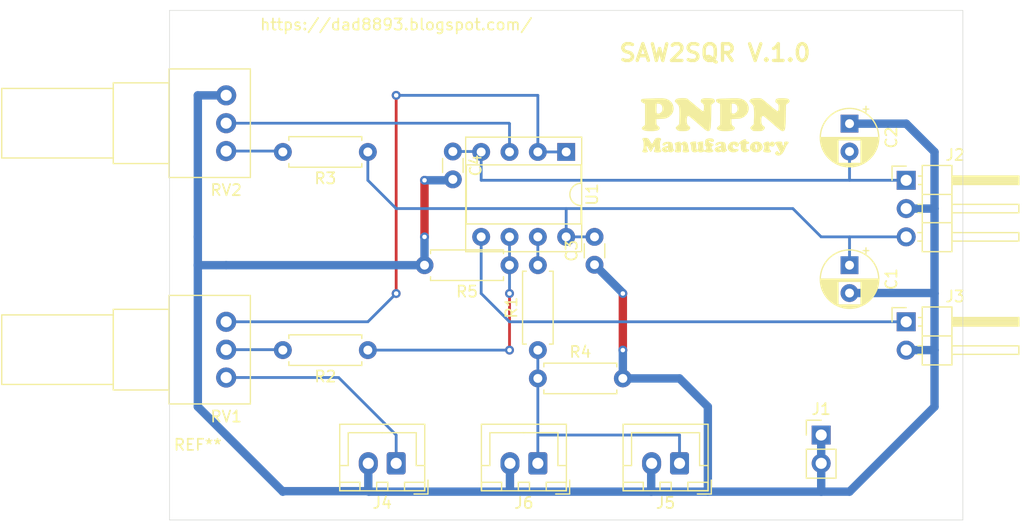
<source format=kicad_pcb>
(kicad_pcb (version 20171130) (host pcbnew "(5.1.6)-1")

  (general
    (thickness 1.6)
    (drawings 18)
    (tracks 92)
    (zones 0)
    (modules 23)
    (nets 13)
  )

  (page A4)
  (title_block
    (title SAW2SQR)
    (date 2021-04-13)
    (rev "Ver. 1.0")
    (company "PNPN Manufactory")
  )

  (layers
    (0 F.Cu signal)
    (31 B.Cu signal)
    (32 B.Adhes user)
    (33 F.Adhes user)
    (34 B.Paste user)
    (35 F.Paste user)
    (36 B.SilkS user)
    (37 F.SilkS user)
    (38 B.Mask user)
    (39 F.Mask user)
    (40 Dwgs.User user)
    (41 Cmts.User user)
    (42 Eco1.User user)
    (43 Eco2.User user)
    (44 Edge.Cuts user)
    (45 Margin user)
    (46 B.CrtYd user)
    (47 F.CrtYd user)
    (48 B.Fab user)
    (49 F.Fab user hide)
  )

  (setup
    (last_trace_width 0.25)
    (user_trace_width 0.75)
    (user_trace_width 5)
    (trace_clearance 0.2)
    (zone_clearance 0.508)
    (zone_45_only no)
    (trace_min 0.2)
    (via_size 0.8)
    (via_drill 0.4)
    (via_min_size 0.4)
    (via_min_drill 0.3)
    (uvia_size 0.3)
    (uvia_drill 0.1)
    (uvias_allowed no)
    (uvia_min_size 0.2)
    (uvia_min_drill 0.1)
    (edge_width 0.05)
    (segment_width 0.2)
    (pcb_text_width 0.3)
    (pcb_text_size 1.5 1.5)
    (mod_edge_width 0.12)
    (mod_text_size 1 1)
    (mod_text_width 0.15)
    (pad_size 1.524 1.524)
    (pad_drill 0.762)
    (pad_to_mask_clearance 0.05)
    (aux_axis_origin 0 0)
    (visible_elements 7FFFFFFF)
    (pcbplotparams
      (layerselection 0x010fc_ffffffff)
      (usegerberextensions false)
      (usegerberattributes true)
      (usegerberadvancedattributes true)
      (creategerberjobfile true)
      (excludeedgelayer true)
      (linewidth 0.100000)
      (plotframeref false)
      (viasonmask false)
      (mode 1)
      (useauxorigin false)
      (hpglpennumber 1)
      (hpglpenspeed 20)
      (hpglpendiameter 15.000000)
      (psnegative false)
      (psa4output false)
      (plotreference true)
      (plotvalue true)
      (plotinvisibletext false)
      (padsonsilk false)
      (subtractmaskfromsilk false)
      (outputformat 1)
      (mirror false)
      (drillshape 1)
      (scaleselection 1)
      (outputdirectory ""))
  )

  (net 0 "")
  (net 1 GND)
  (net 2 VCC)
  (net 3 VEE)
  (net 4 "Net-(J3-Pad1)")
  (net 5 "Net-(J4-Pad1)")
  (net 6 "Net-(J5-Pad1)")
  (net 7 "Net-(R1-Pad2)")
  (net 8 "Net-(R2-Pad2)")
  (net 9 "Net-(R2-Pad1)")
  (net 10 "Net-(R3-Pad2)")
  (net 11 "Net-(RV1-Pad1)")
  (net 12 "Net-(RV2-Pad2)")

  (net_class Default "This is the default net class."
    (clearance 0.2)
    (trace_width 0.25)
    (via_dia 0.8)
    (via_drill 0.4)
    (uvia_dia 0.3)
    (uvia_drill 0.1)
    (add_net GND)
    (add_net "Net-(J3-Pad1)")
    (add_net "Net-(J4-Pad1)")
    (add_net "Net-(J5-Pad1)")
    (add_net "Net-(R1-Pad2)")
    (add_net "Net-(R2-Pad1)")
    (add_net "Net-(R2-Pad2)")
    (add_net "Net-(R3-Pad2)")
    (add_net "Net-(RV1-Pad1)")
    (add_net "Net-(RV2-Pad2)")
    (add_net VCC)
    (add_net VEE)
  )

  (module myfootprint:Silk_PNPN_Manufactory_600dpi (layer F.Cu) (tedit 5F22FC8E) (tstamp 60754F82)
    (at 163.195 81.28)
    (fp_text reference G*** (at -3.81 -3.81) (layer F.Fab) hide
      (effects (font (size 1.524 1.524) (thickness 0.3)))
    )
    (fp_text value LOGO (at 2.54 -3.81) (layer F.Fab) hide
      (effects (font (size 1.524 1.524) (thickness 0.3)))
    )
    (fp_poly (pts (xy 3.945975 -2.281621) (xy 4.09399 -2.269093) (xy 4.184912 -2.246901) (xy 4.186458 -2.246098)
      (xy 4.240547 -2.207284) (xy 4.347813 -2.122362) (xy 4.4972 -2.000379) (xy 4.677649 -1.85038)
      (xy 4.878099 -1.681411) (xy 4.912595 -1.652109) (xy 5.113768 -1.484241) (xy 5.296208 -1.338041)
      (xy 5.449181 -1.221625) (xy 5.561956 -1.143109) (xy 5.623799 -1.11061) (xy 5.629003 -1.110325)
      (xy 5.671936 -1.147656) (xy 5.69759 -1.248037) (xy 5.706918 -1.352801) (xy 5.709923 -1.551994)
      (xy 5.68774 -1.687528) (xy 5.63404 -1.778284) (xy 5.542549 -1.843112) (xy 5.453323 -1.903737)
      (xy 5.424421 -1.979531) (xy 5.426746 -2.044) (xy 5.451397 -2.143161) (xy 5.510516 -2.212061)
      (xy 5.615683 -2.254818) (xy 5.778478 -2.275552) (xy 6.010482 -2.278382) (xy 6.081086 -2.276762)
      (xy 6.288509 -2.26824) (xy 6.429491 -2.254207) (xy 6.522229 -2.231417) (xy 6.584918 -2.196621)
      (xy 6.599669 -2.184189) (xy 6.66585 -2.098752) (xy 6.688667 -2.027108) (xy 6.682713 -1.976534)
      (xy 6.654377 -1.929752) (xy 6.587948 -1.868558) (xy 6.477 -1.781828) (xy 6.371167 -1.701019)
      (xy 6.349122 -0.649426) (xy 6.340281 -0.282457) (xy 6.329626 0.008711) (xy 6.315307 0.232946)
      (xy 6.295475 0.399113) (xy 6.268283 0.516079) (xy 6.23188 0.592711) (xy 6.184419 0.637874)
      (xy 6.12405 0.660435) (xy 6.074539 0.667404) (xy 6.026327 0.664652) (xy 5.968215 0.643976)
      (xy 5.891544 0.599027) (xy 5.787655 0.523456) (xy 5.647887 0.410913) (xy 5.463583 0.255049)
      (xy 5.226082 0.049514) (xy 5.195347 0.022737) (xy 4.97885 -0.164928) (xy 4.780251 -0.335108)
      (xy 4.609504 -0.479431) (xy 4.476562 -0.589525) (xy 4.391381 -0.657019) (xy 4.367566 -0.673463)
      (xy 4.276807 -0.695025) (xy 4.212767 -0.644598) (xy 4.172536 -0.518239) (xy 4.157431 -0.38885)
      (xy 4.158046 -0.17296) (xy 4.189951 0.006802) (xy 4.248631 0.134384) (xy 4.320661 0.191344)
      (xy 4.406453 0.248557) (xy 4.449364 0.304487) (xy 4.471628 0.384086) (xy 4.437553 0.467958)
      (xy 4.413753 0.501695) (xy 4.323325 0.589643) (xy 4.229517 0.640356) (xy 4.130324 0.654927)
      (xy 3.976341 0.663829) (xy 3.797274 0.666791) (xy 3.622828 0.663542) (xy 3.482708 0.65381)
      (xy 3.440427 0.647568) (xy 3.35485 0.604327) (xy 3.263466 0.522466) (xy 3.194684 0.43136)
      (xy 3.175 0.373133) (xy 3.20383 0.324257) (xy 3.277286 0.242962) (xy 3.329933 0.192413)
      (xy 3.484866 0.050476) (xy 3.504712 -0.499131) (xy 3.510023 -0.739017) (xy 3.509577 -0.978959)
      (xy 3.503753 -1.190165) (xy 3.493733 -1.336572) (xy 3.472591 -1.496394) (xy 3.441207 -1.604329)
      (xy 3.384467 -1.693016) (xy 3.287259 -1.795093) (xy 3.276621 -1.805457) (xy 3.17866 -1.904506)
      (xy 3.111183 -1.980074) (xy 3.090334 -2.012037) (xy 3.127267 -2.107568) (xy 3.221017 -2.19584)
      (xy 3.307424 -2.239214) (xy 3.421591 -2.263283) (xy 3.583553 -2.278511) (xy 3.767089 -2.284692)
      (xy 3.945975 -2.281621)) (layer F.SilkS) (width 0.01))
    (fp_poly (pts (xy 1.975047 -2.274086) (xy 2.117389 -2.26682) (xy 2.228608 -2.253497) (xy 2.322066 -2.233614)
      (xy 2.364001 -2.221756) (xy 2.614226 -2.108197) (xy 2.806558 -1.944821) (xy 2.939623 -1.744837)
      (xy 3.012049 -1.521459) (xy 3.022461 -1.287899) (xy 2.969488 -1.057368) (xy 2.851754 -0.843079)
      (xy 2.667888 -0.658242) (xy 2.535437 -0.572476) (xy 2.413758 -0.511578) (xy 2.300242 -0.472362)
      (xy 2.167723 -0.448815) (xy 1.989036 -0.434921) (xy 1.894417 -0.430548) (xy 1.481667 -0.413486)
      (xy 1.481667 -0.189039) (xy 1.487843 -0.013288) (xy 1.512645 0.10093) (xy 1.565479 0.176245)
      (xy 1.655755 0.235286) (xy 1.658708 0.236819) (xy 1.75371 0.320997) (xy 1.774481 0.423323)
      (xy 1.722617 0.524267) (xy 1.629834 0.590936) (xy 1.511178 0.625751) (xy 1.332551 0.65064)
      (xy 1.118122 0.665091) (xy 0.892062 0.668586) (xy 0.678541 0.660612) (xy 0.501728 0.640653)
      (xy 0.406399 0.617013) (xy 0.250819 0.541679) (xy 0.179061 0.459733) (xy 0.190341 0.367817)
      (xy 0.283877 0.262573) (xy 0.3175 0.235703) (xy 0.465667 0.122691) (xy 0.465667 -1.166072)
      (xy 1.488034 -1.166072) (xy 1.495666 -1.025861) (xy 1.514564 -0.947579) (xy 1.532965 -0.924897)
      (xy 1.660679 -0.890433) (xy 1.80087 -0.930985) (xy 1.908257 -1.012744) (xy 1.986703 -1.106751)
      (xy 2.023145 -1.206386) (xy 2.032 -1.34905) (xy 2.003695 -1.554703) (xy 1.919603 -1.697943)
      (xy 1.780961 -1.77725) (xy 1.670048 -1.793588) (xy 1.502834 -1.799167) (xy 1.490632 -1.379332)
      (xy 1.488034 -1.166072) (xy 0.465667 -1.166072) (xy 0.465667 -1.78232) (xy 0.324714 -1.841214)
      (xy 0.171979 -1.927682) (xy 0.102019 -2.025595) (xy 0.105158 -2.114537) (xy 0.11978 -2.1511)
      (xy 0.1443 -2.179733) (xy 0.18871 -2.201772) (xy 0.263002 -2.218551) (xy 0.377169 -2.231407)
      (xy 0.541201 -2.241675) (xy 0.765092 -2.250691) (xy 1.058834 -2.259791) (xy 1.227667 -2.264583)
      (xy 1.543548 -2.272464) (xy 1.788221 -2.2758) (xy 1.975047 -2.274086)) (layer F.SilkS) (width 0.01))
    (fp_poly (pts (xy -2.742692 -2.281621) (xy -2.594677 -2.269093) (xy -2.503755 -2.246901) (xy -2.502208 -2.246098)
      (xy -2.44812 -2.207284) (xy -2.340853 -2.122362) (xy -2.191466 -2.000379) (xy -2.011018 -1.85038)
      (xy -1.810567 -1.681411) (xy -1.776071 -1.652109) (xy -1.574898 -1.484241) (xy -1.392459 -1.338041)
      (xy -1.239486 -1.221625) (xy -1.126711 -1.143109) (xy -1.064867 -1.11061) (xy -1.059663 -1.110325)
      (xy -1.016731 -1.147656) (xy -0.991076 -1.248037) (xy -0.981749 -1.352801) (xy -0.978743 -1.551994)
      (xy -1.000926 -1.687528) (xy -1.054627 -1.778284) (xy -1.146118 -1.843112) (xy -1.235343 -1.903737)
      (xy -1.264246 -1.979531) (xy -1.261921 -2.044) (xy -1.23727 -2.143161) (xy -1.178151 -2.212061)
      (xy -1.072984 -2.254818) (xy -0.910189 -2.275552) (xy -0.678184 -2.278382) (xy -0.607581 -2.276762)
      (xy -0.400158 -2.26824) (xy -0.259176 -2.254207) (xy -0.166438 -2.231417) (xy -0.103749 -2.196621)
      (xy -0.088997 -2.184189) (xy -0.022816 -2.098752) (xy 0 -2.027108) (xy -0.005954 -1.976534)
      (xy -0.03429 -1.929752) (xy -0.100718 -1.868558) (xy -0.211666 -1.781828) (xy -0.3175 -1.701019)
      (xy -0.339545 -0.649426) (xy -0.348386 -0.282457) (xy -0.359041 0.008711) (xy -0.37336 0.232946)
      (xy -0.393191 0.399113) (xy -0.420384 0.516079) (xy -0.456786 0.592711) (xy -0.504248 0.637874)
      (xy -0.564617 0.660435) (xy -0.614128 0.667404) (xy -0.66234 0.664652) (xy -0.720451 0.643976)
      (xy -0.797122 0.599027) (xy -0.901012 0.523456) (xy -1.040779 0.410913) (xy -1.225084 0.255049)
      (xy -1.462585 0.049514) (xy -1.49332 0.022737) (xy -1.709817 -0.164928) (xy -1.908416 -0.335108)
      (xy -2.079163 -0.479431) (xy -2.212104 -0.589525) (xy -2.297286 -0.657019) (xy -2.321101 -0.673463)
      (xy -2.41186 -0.695025) (xy -2.4759 -0.644598) (xy -2.516131 -0.518239) (xy -2.531235 -0.38885)
      (xy -2.530621 -0.17296) (xy -2.498715 0.006802) (xy -2.440036 0.134384) (xy -2.368006 0.191344)
      (xy -2.282214 0.248557) (xy -2.239303 0.304487) (xy -2.217038 0.384086) (xy -2.251113 0.467958)
      (xy -2.274914 0.501695) (xy -2.365342 0.589643) (xy -2.459149 0.640356) (xy -2.558343 0.654927)
      (xy -2.712326 0.663829) (xy -2.891393 0.666791) (xy -3.065839 0.663542) (xy -3.205959 0.65381)
      (xy -3.24824 0.647568) (xy -3.333816 0.604327) (xy -3.425201 0.522466) (xy -3.493983 0.43136)
      (xy -3.513666 0.373133) (xy -3.484836 0.324257) (xy -3.41138 0.242962) (xy -3.358734 0.192413)
      (xy -3.203801 0.050476) (xy -3.183955 -0.499131) (xy -3.178644 -0.739017) (xy -3.179089 -0.978959)
      (xy -3.184913 -1.190165) (xy -3.194933 -1.336572) (xy -3.216076 -1.496394) (xy -3.24746 -1.604329)
      (xy -3.304199 -1.693016) (xy -3.401407 -1.795093) (xy -3.412045 -1.805457) (xy -3.510007 -1.904506)
      (xy -3.577484 -1.980074) (xy -3.598333 -2.012037) (xy -3.5614 -2.107568) (xy -3.46765 -2.19584)
      (xy -3.381243 -2.239214) (xy -3.267075 -2.263283) (xy -3.105113 -2.278511) (xy -2.921578 -2.284692)
      (xy -2.742692 -2.281621)) (layer F.SilkS) (width 0.01))
    (fp_poly (pts (xy -4.755953 -2.274086) (xy -4.613611 -2.26682) (xy -4.502392 -2.253497) (xy -4.408934 -2.233614)
      (xy -4.366999 -2.221756) (xy -4.116774 -2.108197) (xy -3.924442 -1.944821) (xy -3.791377 -1.744837)
      (xy -3.718951 -1.521459) (xy -3.708539 -1.287899) (xy -3.761512 -1.057368) (xy -3.879246 -0.843079)
      (xy -4.063112 -0.658242) (xy -4.195563 -0.572476) (xy -4.317242 -0.511578) (xy -4.430758 -0.472362)
      (xy -4.563277 -0.448815) (xy -4.741964 -0.434921) (xy -4.836583 -0.430548) (xy -5.249333 -0.413486)
      (xy -5.249333 -0.189039) (xy -5.243157 -0.013288) (xy -5.218355 0.10093) (xy -5.165521 0.176245)
      (xy -5.075245 0.235286) (xy -5.072292 0.236819) (xy -4.97729 0.320997) (xy -4.956519 0.423323)
      (xy -5.008383 0.524267) (xy -5.101166 0.590936) (xy -5.219822 0.625751) (xy -5.398449 0.65064)
      (xy -5.612878 0.665091) (xy -5.838938 0.668586) (xy -6.052459 0.660612) (xy -6.229272 0.640653)
      (xy -6.324601 0.617013) (xy -6.480181 0.541679) (xy -6.551939 0.459733) (xy -6.540659 0.367817)
      (xy -6.447123 0.262573) (xy -6.4135 0.235703) (xy -6.265333 0.122691) (xy -6.265333 -1.166072)
      (xy -5.242966 -1.166072) (xy -5.235334 -1.025861) (xy -5.216436 -0.947579) (xy -5.198035 -0.924897)
      (xy -5.070321 -0.890433) (xy -4.93013 -0.930985) (xy -4.822743 -1.012744) (xy -4.744297 -1.106751)
      (xy -4.707855 -1.206386) (xy -4.699 -1.34905) (xy -4.727305 -1.554703) (xy -4.811397 -1.697943)
      (xy -4.950039 -1.77725) (xy -5.060952 -1.793588) (xy -5.228166 -1.799167) (xy -5.240368 -1.379332)
      (xy -5.242966 -1.166072) (xy -6.265333 -1.166072) (xy -6.265333 -1.78232) (xy -6.406286 -1.841214)
      (xy -6.559021 -1.927682) (xy -6.628981 -2.025595) (xy -6.625842 -2.114537) (xy -6.61122 -2.1511)
      (xy -6.5867 -2.179733) (xy -6.54229 -2.201772) (xy -6.467998 -2.218551) (xy -6.353831 -2.231407)
      (xy -6.189799 -2.241675) (xy -5.965908 -2.250691) (xy -5.672166 -2.259791) (xy -5.503333 -2.264583)
      (xy -5.187452 -2.272464) (xy -4.942779 -2.2758) (xy -4.755953 -2.274086)) (layer F.SilkS) (width 0.01))
    (fp_poly (pts (xy 4.860904 1.661134) (xy 4.868334 1.700712) (xy 4.868334 1.792758) (xy 4.966312 1.700712)
      (xy 5.092373 1.622022) (xy 5.210399 1.623484) (xy 5.309909 1.704636) (xy 5.317863 1.716234)
      (xy 5.363613 1.815186) (xy 5.349655 1.907615) (xy 5.341445 1.926733) (xy 5.26055 2.022054)
      (xy 5.147965 2.062504) (xy 5.034741 2.039967) (xy 5.000776 2.015758) (xy 4.930167 1.971411)
      (xy 4.888001 1.997886) (xy 4.869856 2.100148) (xy 4.868334 2.164566) (xy 4.884572 2.291694)
      (xy 4.939705 2.362803) (xy 4.953 2.370667) (xy 5.024633 2.437568) (xy 5.02796 2.509119)
      (xy 4.970704 2.556637) (xy 4.86343 2.57865) (xy 4.720174 2.584777) (xy 4.570103 2.57674)
      (xy 4.44238 2.556263) (xy 4.366173 2.525071) (xy 4.361843 2.520652) (xy 4.334323 2.457352)
      (xy 4.366638 2.379538) (xy 4.377826 2.363066) (xy 4.427299 2.246422) (xy 4.444118 2.106524)
      (xy 4.428473 1.976316) (xy 4.380558 1.88874) (xy 4.375033 1.884339) (xy 4.330369 1.818504)
      (xy 4.369156 1.748945) (xy 4.49035 1.677312) (xy 4.512308 1.667847) (xy 4.67934 1.614946)
      (xy 4.798384 1.612971) (xy 4.860904 1.661134)) (layer F.SilkS) (width 0.01))
    (fp_poly (pts (xy 3.875109 1.623637) (xy 4.049811 1.69557) (xy 4.183342 1.819352) (xy 4.2614 1.987227)
      (xy 4.275667 2.108855) (xy 4.23718 2.266921) (xy 4.133704 2.400439) (xy 3.98321 2.501756)
      (xy 3.803674 2.563218) (xy 3.613069 2.577173) (xy 3.429368 2.535966) (xy 3.357619 2.499774)
      (xy 3.213917 2.379557) (xy 3.14666 2.233472) (xy 3.14549 2.064945) (xy 3.18246 1.947986)
      (xy 3.599383 1.947986) (xy 3.600714 2.067349) (xy 3.623955 2.187999) (xy 3.66473 2.277289)
      (xy 3.732587 2.3439) (xy 3.781803 2.330251) (xy 3.807446 2.239631) (xy 3.81 2.180424)
      (xy 3.794153 2.022497) (xy 3.75227 1.898245) (xy 3.692839 1.828444) (xy 3.662881 1.820333)
      (xy 3.620069 1.856714) (xy 3.599383 1.947986) (xy 3.18246 1.947986) (xy 3.205088 1.876402)
      (xy 3.330271 1.737745) (xy 3.45939 1.666324) (xy 3.673535 1.611304) (xy 3.875109 1.623637)) (layer F.SilkS) (width 0.01))
    (fp_poly (pts (xy 2.771129 1.421649) (xy 2.794 1.500151) (xy 2.809111 1.574147) (xy 2.870793 1.607858)
      (xy 2.931584 1.616568) (xy 3.031232 1.639803) (xy 3.067598 1.692408) (xy 3.069167 1.7145)
      (xy 3.047417 1.777533) (xy 2.968693 1.80769) (xy 2.929555 1.812583) (xy 2.789944 1.826)
      (xy 2.802555 2.066583) (xy 2.811999 2.202482) (xy 2.829701 2.274238) (xy 2.867205 2.302312)
      (xy 2.936054 2.307166) (xy 2.938288 2.307167) (xy 3.044024 2.325488) (xy 3.074145 2.374196)
      (xy 3.027779 2.443902) (xy 2.955856 2.496242) (xy 2.772638 2.570958) (xy 2.600266 2.571343)
      (xy 2.453323 2.497895) (xy 2.432243 2.478424) (xy 2.374053 2.407824) (xy 2.342468 2.325522)
      (xy 2.329901 2.203703) (xy 2.328334 2.097424) (xy 2.32573 1.947879) (xy 2.314122 1.864285)
      (xy 2.287809 1.82799) (xy 2.243667 1.820333) (xy 2.167888 1.799938) (xy 2.15914 1.745603)
      (xy 2.212247 1.667607) (xy 2.322037 1.576227) (xy 2.387866 1.53389) (xy 2.571155 1.43673)
      (xy 2.697881 1.399402) (xy 2.771129 1.421649)) (layer F.SilkS) (width 0.01))
    (fp_poly (pts (xy 1.829745 1.624475) (xy 1.992069 1.672766) (xy 2.103619 1.756862) (xy 2.137179 1.81827)
      (xy 2.142123 1.93351) (xy 2.091786 2.019956) (xy 2.008605 2.067382) (xy 1.915015 2.065567)
      (xy 1.833453 2.004286) (xy 1.811748 1.966562) (xy 1.74446 1.88265) (xy 1.675072 1.871312)
      (xy 1.59968 1.917207) (xy 1.573247 2.011054) (xy 1.599155 2.129454) (xy 1.629633 2.185802)
      (xy 1.684992 2.251726) (xy 1.755966 2.279469) (xy 1.874236 2.280056) (xy 1.896303 2.278604)
      (xy 2.040329 2.28547) (xy 2.110343 2.325839) (xy 2.103154 2.391595) (xy 2.015569 2.474621)
      (xy 1.981969 2.496375) (xy 1.800327 2.564497) (xy 1.596889 2.575303) (xy 1.409742 2.527532)
      (xy 1.386949 2.516065) (xy 1.242179 2.39515) (xy 1.163419 2.237047) (xy 1.153405 2.060825)
      (xy 1.214874 1.885554) (xy 1.283209 1.793095) (xy 1.390629 1.692839) (xy 1.500117 1.641541)
      (xy 1.636032 1.619671) (xy 1.829745 1.624475)) (layer F.SilkS) (width 0.01))
    (fp_poly (pts (xy 0.753532 1.64726) (xy 0.877227 1.706783) (xy 0.946639 1.82001) (xy 0.972663 1.998281)
      (xy 0.973667 2.055753) (xy 0.981996 2.204702) (xy 1.010761 2.290955) (xy 1.04775 2.326109)
      (xy 1.089908 2.360625) (xy 1.080114 2.400569) (xy 1.011587 2.468747) (xy 1.003056 2.476379)
      (xy 0.870847 2.559596) (xy 0.743893 2.579019) (xy 0.644615 2.532681) (xy 0.584341 2.504218)
      (xy 0.492811 2.529613) (xy 0.48599 2.532681) (xy 0.306296 2.579372) (xy 0.150472 2.544855)
      (xy 0.061576 2.478424) (xy -0.018259 2.385837) (xy -0.03349 2.312023) (xy -0.01763 2.283873)
      (xy 0.389863 2.283873) (xy 0.433042 2.352141) (xy 0.485505 2.370667) (xy 0.537952 2.334008)
      (xy 0.550334 2.264833) (xy 0.524429 2.183263) (xy 0.466105 2.156972) (xy 0.404444 2.197925)
      (xy 0.400914 2.20336) (xy 0.389863 2.283873) (xy -0.01763 2.283873) (xy 0.015126 2.225736)
      (xy 0.054314 2.178363) (xy 0.160177 2.092995) (xy 0.308162 2.049142) (xy 0.350647 2.043496)
      (xy 0.472582 2.024619) (xy 0.531671 1.995169) (xy 0.549684 1.941612) (xy 0.550334 1.919332)
      (xy 0.525281 1.822731) (xy 0.457947 1.792968) (xy 0.360065 1.831682) (xy 0.296334 1.883833)
      (xy 0.189514 1.959761) (xy 0.103738 1.97363) (xy 0.054117 1.927351) (xy 0.049948 1.852669)
      (xy 0.104694 1.754195) (xy 0.229877 1.681235) (xy 0.413772 1.63886) (xy 0.564657 1.630101)
      (xy 0.753532 1.64726)) (layer F.SilkS) (width 0.01))
    (fp_poly (pts (xy -0.326551 1.325609) (xy -0.187995 1.370284) (xy -0.10677 1.44915) (xy -0.092656 1.537259)
      (xy -0.138199 1.617129) (xy -0.23124 1.643114) (xy -0.351576 1.612171) (xy -0.401837 1.583823)
      (xy -0.501968 1.538691) (xy -0.555768 1.554835) (xy -0.556476 1.604116) (xy -0.49958 1.667978)
      (xy -0.40637 1.730262) (xy -0.29813 1.77481) (xy -0.253445 1.784325) (xy -0.167288 1.823419)
      (xy -0.129921 1.890923) (xy -0.145871 1.958288) (xy -0.219664 1.996966) (xy -0.219735 1.996976)
      (xy -0.287855 2.021983) (xy -0.311316 2.087879) (xy -0.311224 2.148726) (xy -0.266698 2.298167)
      (xy -0.205391 2.370948) (xy -0.139403 2.432378) (xy -0.135141 2.471437) (xy -0.188008 2.518805)
      (xy -0.286153 2.557864) (xy -0.434741 2.578746) (xy -0.601455 2.581161) (xy -0.753982 2.564815)
      (xy -0.860006 2.529417) (xy -0.866654 2.52493) (xy -0.938695 2.489559) (xy -1.016807 2.506174)
      (xy -1.054662 2.524669) (xy -1.181525 2.568791) (xy -1.31185 2.580802) (xy -1.417175 2.561211)
      (xy -1.466941 2.517314) (xy -1.493176 2.475885) (xy -1.539786 2.485773) (xy -1.591123 2.517314)
      (xy -1.738659 2.573997) (xy -1.892888 2.570381) (xy -2.021041 2.507927) (xy -2.032 2.497667)
      (xy -2.084101 2.422476) (xy -2.110104 2.314128) (xy -2.116666 2.162024) (xy -2.128408 1.979492)
      (xy -2.165158 1.867745) (xy -2.184278 1.843436) (xy -2.23065 1.761355) (xy -2.199807 1.692679)
      (xy -2.098723 1.641843) (xy -1.934374 1.61328) (xy -1.815041 1.608667) (xy -1.693333 1.608667)
      (xy -1.693333 1.94215) (xy -1.683467 2.155995) (xy -1.654443 2.293098) (xy -1.607124 2.351454)
      (xy -1.542371 2.329056) (xy -1.531459 2.318859) (xy -1.495212 2.235846) (xy -1.482587 2.107185)
      (xy -1.492539 1.968219) (xy -1.524024 1.854295) (xy -1.546234 1.819153) (xy -1.58859 1.758247)
      (xy -1.566865 1.712421) (xy -1.54483 1.693054) (xy -1.465164 1.656841) (xy -1.338092 1.627244)
      (xy -1.268595 1.618098) (xy -1.058333 1.597894) (xy -1.058333 1.95793) (xy -1.050923 2.175375)
      (xy -1.026312 2.316337) (xy -0.980929 2.387893) (xy -0.911203 2.397123) (xy -0.849373 2.372115)
      (xy -0.788101 2.304957) (xy -0.757703 2.204578) (xy -0.758381 2.099566) (xy -0.790336 2.018509)
      (xy -0.846666 1.989667) (xy -0.917419 1.959732) (xy -0.931333 1.905) (xy -0.913398 1.836213)
      (xy -0.8885 1.820333) (xy -0.86516 1.782791) (xy -0.868037 1.682242) (xy -0.871143 1.661009)
      (xy -0.866873 1.514123) (xy -0.796613 1.410686) (xy -0.655758 1.346386) (xy -0.509117 1.322007)
      (xy -0.326551 1.325609)) (layer F.SilkS) (width 0.01))
    (fp_poly (pts (xy -2.58197 1.64605) (xy -2.477292 1.751426) (xy -2.420771 1.914635) (xy -2.413 2.017902)
      (xy -2.398155 2.174612) (xy -2.361483 2.324994) (xy -2.351774 2.350587) (xy -2.315533 2.449135)
      (xy -2.318829 2.501218) (xy -2.364566 2.536705) (xy -2.370157 2.539727) (xy -2.470887 2.568257)
      (xy -2.610741 2.580159) (xy -2.75204 2.575057) (xy -2.857102 2.552577) (xy -2.872454 2.544735)
      (xy -2.907776 2.496441) (xy -2.883037 2.421167) (xy -2.848488 2.309008) (xy -2.837027 2.167812)
      (xy -2.847704 2.030337) (xy -2.879568 1.929341) (xy -2.897979 1.906539) (xy -2.971995 1.870771)
      (xy -3.019765 1.910166) (xy -3.042379 2.026908) (xy -3.042333 2.195462) (xy -3.040447 2.347363)
      (xy -3.048106 2.468521) (xy -3.062416 2.529417) (xy -3.12301 2.561104) (xy -3.235358 2.578086)
      (xy -3.367713 2.57964) (xy -3.488326 2.565044) (xy -3.556 2.540643) (xy -3.596697 2.495876)
      (xy -3.575896 2.430376) (xy -3.566583 2.414866) (xy -3.52936 2.308463) (xy -3.514291 2.167115)
      (xy -3.520735 2.022779) (xy -3.548047 1.907406) (xy -3.577689 1.862233) (xy -3.615397 1.796989)
      (xy -3.570628 1.734928) (xy -3.445565 1.678187) (xy -3.36664 1.655703) (xy -3.219974 1.621555)
      (xy -3.136857 1.61356) (xy -3.099569 1.634131) (xy -3.090388 1.685682) (xy -3.090333 1.693333)
      (xy -3.075329 1.762164) (xy -3.054561 1.778) (xy -3.002306 1.749693) (xy -2.942166 1.693333)
      (xy -2.829356 1.624646) (xy -2.727011 1.608667) (xy -2.58197 1.64605)) (layer F.SilkS) (width 0.01))
    (fp_poly (pts (xy -3.987801 1.64726) (xy -3.864106 1.706783) (xy -3.794694 1.82001) (xy -3.76867 1.998281)
      (xy -3.767666 2.055753) (xy -3.759337 2.204702) (xy -3.730573 2.290955) (xy -3.693583 2.326109)
      (xy -3.651426 2.360625) (xy -3.661219 2.400569) (xy -3.729746 2.468747) (xy -3.738277 2.476379)
      (xy -3.870487 2.559596) (xy -3.99744 2.579019) (xy -4.096718 2.532681) (xy -4.156992 2.504218)
      (xy -4.248522 2.529613) (xy -4.255343 2.532681) (xy -4.435037 2.579372) (xy -4.590861 2.544855)
      (xy -4.679757 2.478424) (xy -4.759592 2.385837) (xy -4.774824 2.312023) (xy -4.758964 2.283873)
      (xy -4.35147 2.283873) (xy -4.308292 2.352141) (xy -4.255828 2.370667) (xy -4.203381 2.334008)
      (xy -4.191 2.264833) (xy -4.216904 2.183263) (xy -4.275228 2.156972) (xy -4.33689 2.197925)
      (xy -4.340419 2.20336) (xy -4.35147 2.283873) (xy -4.758964 2.283873) (xy -4.726208 2.225736)
      (xy -4.68702 2.178363) (xy -4.581156 2.092995) (xy -4.433171 2.049142) (xy -4.390686 2.043496)
      (xy -4.268752 2.024619) (xy -4.209662 1.995169) (xy -4.191649 1.941612) (xy -4.191 1.919332)
      (xy -4.216052 1.822731) (xy -4.283386 1.792968) (xy -4.381269 1.831682) (xy -4.445 1.883833)
      (xy -4.55182 1.959761) (xy -4.637595 1.97363) (xy -4.687217 1.927351) (xy -4.691386 1.852669)
      (xy -4.636639 1.754195) (xy -4.511456 1.681235) (xy -4.327561 1.63886) (xy -4.176676 1.630101)
      (xy -3.987801 1.64726)) (layer F.SilkS) (width 0.01))
    (fp_poly (pts (xy -4.998126 1.276472) (xy -4.902965 1.292379) (xy -4.892962 1.295696) (xy -4.835619 1.354973)
      (xy -4.834818 1.444644) (xy -4.878916 1.517682) (xy -4.909562 1.593082) (xy -4.926529 1.72733)
      (xy -4.930664 1.895861) (xy -4.922811 2.07411) (xy -4.903816 2.237512) (xy -4.874525 2.361503)
      (xy -4.848138 2.411927) (xy -4.801324 2.473754) (xy -4.818663 2.511106) (xy -4.862038 2.536631)
      (xy -4.960943 2.565996) (xy -5.098847 2.579984) (xy -5.24593 2.578967) (xy -5.372373 2.563315)
      (xy -5.448356 2.533397) (xy -5.452316 2.529296) (xy -5.469872 2.458592) (xy -5.436333 2.394205)
      (xy -5.397217 2.308692) (xy -5.378117 2.204303) (xy -5.379584 2.108478) (xy -5.402172 2.04866)
      (xy -5.42925 2.042339) (xy -5.474229 2.087276) (xy -5.538306 2.186813) (xy -5.597854 2.299867)
      (xy -5.664391 2.424736) (xy -5.722855 2.511572) (xy -5.756999 2.54) (xy -5.795617 2.504724)
      (xy -5.856946 2.411742) (xy -5.928439 2.280327) (xy -5.936148 2.264833) (xy -6.00657 2.130642)
      (xy -6.066079 2.032684) (xy -6.102898 1.99014) (xy -6.105086 1.989667) (xy -6.132316 2.025776)
      (xy -6.141709 2.114035) (xy -6.135495 2.224339) (xy -6.115908 2.326585) (xy -6.085179 2.390667)
      (xy -6.074833 2.397691) (xy -6.017534 2.451664) (xy -6.02781 2.519262) (xy -6.078296 2.556637)
      (xy -6.191111 2.580759) (xy -6.319548 2.582283) (xy -6.432505 2.563893) (xy -6.498881 2.528274)
      (xy -6.503607 2.519921) (xy -6.495888 2.44349) (xy -6.459945 2.389897) (xy -6.422156 2.307674)
      (xy -6.398 2.166946) (xy -6.387429 1.992761) (xy -6.390395 1.810169) (xy -6.406851 1.644217)
      (xy -6.43675 1.519955) (xy -6.461676 1.475211) (xy -6.507159 1.389093) (xy -6.476221 1.324114)
      (xy -6.375588 1.285454) (xy -6.211988 1.278294) (xy -6.206394 1.278607) (xy -6.091985 1.288172)
      (xy -6.016008 1.311496) (xy -5.955188 1.365346) (xy -5.886251 1.466487) (xy -5.839912 1.542601)
      (xy -5.758062 1.670424) (xy -5.688307 1.765711) (xy -5.645497 1.80821) (xy -5.645001 1.808388)
      (xy -5.603786 1.78222) (xy -5.548738 1.699498) (xy -5.522438 1.646428) (xy -5.429098 1.46204)
      (xy -5.341094 1.346722) (xy -5.244277 1.287151) (xy -5.124499 1.270002) (xy -5.122723 1.27)
      (xy -4.998126 1.276472)) (layer F.SilkS) (width 0.01))
    (fp_poly (pts (xy 6.555999 1.627306) (xy 6.606377 1.6794) (xy 6.578237 1.75921) (xy 6.522965 1.81769)
      (xy 6.433409 1.929915) (xy 6.341009 2.102738) (xy 6.283903 2.241076) (xy 6.163103 2.503724)
      (xy 6.023185 2.69791) (xy 5.869227 2.819461) (xy 5.706308 2.864205) (xy 5.559018 2.836511)
      (xy 5.464147 2.769362) (xy 5.420464 2.712691) (xy 5.398957 2.635081) (xy 5.439625 2.562358)
      (xy 5.46003 2.54097) (xy 5.550378 2.46911) (xy 5.619702 2.471677) (xy 5.690706 2.550601)
      (xy 5.697726 2.561167) (xy 5.768278 2.645099) (xy 5.820072 2.662194) (xy 5.841886 2.609242)
      (xy 5.842 2.602443) (xy 5.821823 2.525548) (xy 5.768954 2.398913) (xy 5.694886 2.245022)
      (xy 5.61111 2.086356) (xy 5.529121 1.945399) (xy 5.460411 1.844635) (xy 5.445874 1.827505)
      (xy 5.386344 1.756937) (xy 5.38309 1.715568) (xy 5.434366 1.670932) (xy 5.437341 1.668755)
      (xy 5.53103 1.633484) (xy 5.671911 1.61375) (xy 5.824364 1.610958) (xy 5.952767 1.626511)
      (xy 6.00528 1.646363) (xy 6.042527 1.713596) (xy 6.036832 1.764352) (xy 6.036541 1.852279)
      (xy 6.07539 1.932168) (xy 6.134259 1.976156) (xy 6.178047 1.970119) (xy 6.211573 1.90118)
      (xy 6.204639 1.79923) (xy 6.200588 1.693618) (xy 6.246908 1.634493) (xy 6.356703 1.610758)
      (xy 6.429663 1.608667) (xy 6.555999 1.627306)) (layer F.SilkS) (width 0.01))
  )

  (module Connector_PinHeader_2.54mm:PinHeader_1x02_P2.54mm_Vertical (layer F.Cu) (tedit 59FED5CC) (tstamp 6074EA2F)
    (at 172.72 109.22)
    (descr "Through hole straight pin header, 1x02, 2.54mm pitch, single row")
    (tags "Through hole pin header THT 1x02 2.54mm single row")
    (path /60750648)
    (fp_text reference J1 (at 0 -2.33) (layer F.SilkS)
      (effects (font (size 1 1) (thickness 0.15)))
    )
    (fp_text value TP_GND (at 0 4.87) (layer F.Fab)
      (effects (font (size 1 1) (thickness 0.15)))
    )
    (fp_line (start 1.8 -1.8) (end -1.8 -1.8) (layer F.CrtYd) (width 0.05))
    (fp_line (start 1.8 4.35) (end 1.8 -1.8) (layer F.CrtYd) (width 0.05))
    (fp_line (start -1.8 4.35) (end 1.8 4.35) (layer F.CrtYd) (width 0.05))
    (fp_line (start -1.8 -1.8) (end -1.8 4.35) (layer F.CrtYd) (width 0.05))
    (fp_line (start -1.33 -1.33) (end 0 -1.33) (layer F.SilkS) (width 0.12))
    (fp_line (start -1.33 0) (end -1.33 -1.33) (layer F.SilkS) (width 0.12))
    (fp_line (start -1.33 1.27) (end 1.33 1.27) (layer F.SilkS) (width 0.12))
    (fp_line (start 1.33 1.27) (end 1.33 3.87) (layer F.SilkS) (width 0.12))
    (fp_line (start -1.33 1.27) (end -1.33 3.87) (layer F.SilkS) (width 0.12))
    (fp_line (start -1.33 3.87) (end 1.33 3.87) (layer F.SilkS) (width 0.12))
    (fp_line (start -1.27 -0.635) (end -0.635 -1.27) (layer F.Fab) (width 0.1))
    (fp_line (start -1.27 3.81) (end -1.27 -0.635) (layer F.Fab) (width 0.1))
    (fp_line (start 1.27 3.81) (end -1.27 3.81) (layer F.Fab) (width 0.1))
    (fp_line (start 1.27 -1.27) (end 1.27 3.81) (layer F.Fab) (width 0.1))
    (fp_line (start -0.635 -1.27) (end 1.27 -1.27) (layer F.Fab) (width 0.1))
    (fp_text user %R (at 0 1.27 90) (layer F.Fab)
      (effects (font (size 1 1) (thickness 0.15)))
    )
    (pad 2 thru_hole oval (at 0 2.54) (size 1.7 1.7) (drill 1) (layers *.Cu *.Mask)
      (net 1 GND))
    (pad 1 thru_hole rect (at 0 0) (size 1.7 1.7) (drill 1) (layers *.Cu *.Mask)
      (net 1 GND))
    (model ${KISYS3DMOD}/Connector_PinHeader_2.54mm.3dshapes/PinHeader_1x02_P2.54mm_Vertical.wrl
      (at (xyz 0 0 0))
      (scale (xyz 1 1 1))
      (rotate (xyz 0 0 0))
    )
  )

  (module MountingHole:MountingHole_3.2mm_M3 locked (layer F.Cu) (tedit 56D1B4CB) (tstamp 607506E0)
    (at 182.88 114.3)
    (descr "Mounting Hole 3.2mm, no annular, M3")
    (tags "mounting hole 3.2mm no annular m3")
    (attr virtual)
    (fp_text reference REF** (at 0 -4.2) (layer F.SilkS) hide
      (effects (font (size 1 1) (thickness 0.15)))
    )
    (fp_text value MountingHole_3.2mm_M3 (at 0 4.2) (layer F.Fab) hide
      (effects (font (size 1 1) (thickness 0.15)))
    )
    (fp_circle (center 0 0) (end 3.45 0) (layer F.CrtYd) (width 0.05))
    (fp_circle (center 0 0) (end 3.2 0) (layer Cmts.User) (width 0.15))
    (fp_text user %R (at 0.3 0) (layer F.Fab)
      (effects (font (size 1 1) (thickness 0.15)))
    )
    (pad 1 np_thru_hole circle (at 0 0) (size 3.2 3.2) (drill 3.2) (layers *.Cu *.Mask))
  )

  (module MountingHole:MountingHole_3.2mm_M3 locked (layer F.Cu) (tedit 56D1B4CB) (tstamp 607506C3)
    (at 182.88 73.66)
    (descr "Mounting Hole 3.2mm, no annular, M3")
    (tags "mounting hole 3.2mm no annular m3")
    (attr virtual)
    (fp_text reference REF** (at 0 -4.2) (layer F.SilkS) hide
      (effects (font (size 1 1) (thickness 0.15)))
    )
    (fp_text value MountingHole_3.2mm_M3 (at 0 4.2) (layer F.Fab) hide
      (effects (font (size 1 1) (thickness 0.15)))
    )
    (fp_circle (center 0 0) (end 3.45 0) (layer F.CrtYd) (width 0.05))
    (fp_circle (center 0 0) (end 3.2 0) (layer Cmts.User) (width 0.15))
    (fp_text user %R (at 0.3 0) (layer F.Fab)
      (effects (font (size 1 1) (thickness 0.15)))
    )
    (pad 1 np_thru_hole circle (at 0 0) (size 3.2 3.2) (drill 3.2) (layers *.Cu *.Mask))
  )

  (module MountingHole:MountingHole_3.2mm_M3 locked (layer F.Cu) (tedit 56D1B4CB) (tstamp 607506A6)
    (at 116.84 114.3)
    (descr "Mounting Hole 3.2mm, no annular, M3")
    (tags "mounting hole 3.2mm no annular m3")
    (attr virtual)
    (fp_text reference REF** (at 0 -4.2) (layer F.SilkS)
      (effects (font (size 1 1) (thickness 0.15)))
    )
    (fp_text value MountingHole_3.2mm_M3 (at 0 4.2) (layer F.Fab) hide
      (effects (font (size 1 1) (thickness 0.15)))
    )
    (fp_circle (center 0 0) (end 3.45 0) (layer F.CrtYd) (width 0.05))
    (fp_circle (center 0 0) (end 3.2 0) (layer Cmts.User) (width 0.15))
    (fp_text user %R (at 0.3 0) (layer F.Fab) hide
      (effects (font (size 1 1) (thickness 0.15)))
    )
    (pad 1 np_thru_hole circle (at 0 0) (size 3.2 3.2) (drill 3.2) (layers *.Cu *.Mask))
  )

  (module MountingHole:MountingHole_3.2mm_M3 locked (layer F.Cu) (tedit 56D1B4CB) (tstamp 60750689)
    (at 116.84 73.66)
    (descr "Mounting Hole 3.2mm, no annular, M3")
    (tags "mounting hole 3.2mm no annular m3")
    (attr virtual)
    (fp_text reference REF** (at 0 -4.2) (layer F.SilkS) hide
      (effects (font (size 1 1) (thickness 0.15)))
    )
    (fp_text value MountingHole_3.2mm_M3 (at 0 4.2) (layer F.Fab) hide
      (effects (font (size 1 1) (thickness 0.15)))
    )
    (fp_circle (center 0 0) (end 3.45 0) (layer F.CrtYd) (width 0.05))
    (fp_circle (center 0 0) (end 3.2 0) (layer Cmts.User) (width 0.15))
    (fp_text user %R (at 0.3 0) (layer F.Fab)
      (effects (font (size 1 1) (thickness 0.15)))
    )
    (pad 1 np_thru_hole circle (at 0 0) (size 3.2 3.2) (drill 3.2) (layers *.Cu *.Mask))
  )

  (module Package_DIP:DIP-8_W7.62mm_Socket (layer F.Cu) (tedit 5A02E8C5) (tstamp 6074EBFC)
    (at 149.86 83.82 270)
    (descr "8-lead though-hole mounted DIP package, row spacing 7.62 mm (300 mils), Socket")
    (tags "THT DIP DIL PDIP 2.54mm 7.62mm 300mil Socket")
    (path /606EF639)
    (fp_text reference U1 (at 3.81 -2.33 90) (layer F.SilkS)
      (effects (font (size 1 1) (thickness 0.15)))
    )
    (fp_text value TL072 (at 3.81 9.95 90) (layer F.Fab)
      (effects (font (size 1 1) (thickness 0.15)))
    )
    (fp_line (start 9.15 -1.6) (end -1.55 -1.6) (layer F.CrtYd) (width 0.05))
    (fp_line (start 9.15 9.2) (end 9.15 -1.6) (layer F.CrtYd) (width 0.05))
    (fp_line (start -1.55 9.2) (end 9.15 9.2) (layer F.CrtYd) (width 0.05))
    (fp_line (start -1.55 -1.6) (end -1.55 9.2) (layer F.CrtYd) (width 0.05))
    (fp_line (start 8.95 -1.39) (end -1.33 -1.39) (layer F.SilkS) (width 0.12))
    (fp_line (start 8.95 9.01) (end 8.95 -1.39) (layer F.SilkS) (width 0.12))
    (fp_line (start -1.33 9.01) (end 8.95 9.01) (layer F.SilkS) (width 0.12))
    (fp_line (start -1.33 -1.39) (end -1.33 9.01) (layer F.SilkS) (width 0.12))
    (fp_line (start 6.46 -1.33) (end 4.81 -1.33) (layer F.SilkS) (width 0.12))
    (fp_line (start 6.46 8.95) (end 6.46 -1.33) (layer F.SilkS) (width 0.12))
    (fp_line (start 1.16 8.95) (end 6.46 8.95) (layer F.SilkS) (width 0.12))
    (fp_line (start 1.16 -1.33) (end 1.16 8.95) (layer F.SilkS) (width 0.12))
    (fp_line (start 2.81 -1.33) (end 1.16 -1.33) (layer F.SilkS) (width 0.12))
    (fp_line (start 8.89 -1.33) (end -1.27 -1.33) (layer F.Fab) (width 0.1))
    (fp_line (start 8.89 8.95) (end 8.89 -1.33) (layer F.Fab) (width 0.1))
    (fp_line (start -1.27 8.95) (end 8.89 8.95) (layer F.Fab) (width 0.1))
    (fp_line (start -1.27 -1.33) (end -1.27 8.95) (layer F.Fab) (width 0.1))
    (fp_line (start 0.635 -0.27) (end 1.635 -1.27) (layer F.Fab) (width 0.1))
    (fp_line (start 0.635 8.89) (end 0.635 -0.27) (layer F.Fab) (width 0.1))
    (fp_line (start 6.985 8.89) (end 0.635 8.89) (layer F.Fab) (width 0.1))
    (fp_line (start 6.985 -1.27) (end 6.985 8.89) (layer F.Fab) (width 0.1))
    (fp_line (start 1.635 -1.27) (end 6.985 -1.27) (layer F.Fab) (width 0.1))
    (fp_text user %R (at 3.81 3.81 90) (layer F.Fab)
      (effects (font (size 1 1) (thickness 0.15)))
    )
    (fp_arc (start 3.81 -1.33) (end 2.81 -1.33) (angle -180) (layer F.SilkS) (width 0.12))
    (pad 8 thru_hole oval (at 7.62 0 270) (size 1.6 1.6) (drill 0.8) (layers *.Cu *.Mask)
      (net 2 VCC))
    (pad 4 thru_hole oval (at 0 7.62 270) (size 1.6 1.6) (drill 0.8) (layers *.Cu *.Mask)
      (net 3 VEE))
    (pad 7 thru_hole oval (at 7.62 2.54 270) (size 1.6 1.6) (drill 0.8) (layers *.Cu *.Mask)
      (net 7 "Net-(R1-Pad2)"))
    (pad 3 thru_hole oval (at 0 5.08 270) (size 1.6 1.6) (drill 0.8) (layers *.Cu *.Mask)
      (net 12 "Net-(RV2-Pad2)"))
    (pad 6 thru_hole oval (at 7.62 5.08 270) (size 1.6 1.6) (drill 0.8) (layers *.Cu *.Mask)
      (net 9 "Net-(R2-Pad1)"))
    (pad 2 thru_hole oval (at 0 2.54 270) (size 1.6 1.6) (drill 0.8) (layers *.Cu *.Mask)
      (net 11 "Net-(RV1-Pad1)"))
    (pad 5 thru_hole oval (at 7.62 7.62 270) (size 1.6 1.6) (drill 0.8) (layers *.Cu *.Mask)
      (net 4 "Net-(J3-Pad1)"))
    (pad 1 thru_hole rect (at 0 0 270) (size 1.6 1.6) (drill 0.8) (layers *.Cu *.Mask)
      (net 11 "Net-(RV1-Pad1)"))
    (model ${KISYS3DMOD}/Package_DIP.3dshapes/DIP-8_W7.62mm_Socket.wrl
      (at (xyz 0 0 0))
      (scale (xyz 1 1 1))
      (rotate (xyz 0 0 0))
    )
  )

  (module Potentiometer_THT:Potentiometer_Alps_RK097_Single_Horizontal (layer F.Cu) (tedit 5A3D4993) (tstamp 6074EBD8)
    (at 119.38 78.74 180)
    (descr "Potentiometer, horizontal, Alps RK097 Single, http://www.alps.com/prod/info/E/HTML/Potentiometer/RotaryPotentiometers/RK097/RK097_list.html")
    (tags "Potentiometer horizontal Alps RK097 Single")
    (path /606FA9C6)
    (fp_text reference RV2 (at 0 -8.5) (layer F.SilkS)
      (effects (font (size 1 1) (thickness 0.15)))
    )
    (fp_text value 50kB (at 0 3.5) (layer F.Fab)
      (effects (font (size 1 1) (thickness 0.15)))
    )
    (fp_line (start 20.25 -7.5) (end -2.3 -7.5) (layer F.CrtYd) (width 0.05))
    (fp_line (start 20.25 2.5) (end 20.25 -7.5) (layer F.CrtYd) (width 0.05))
    (fp_line (start -2.3 2.5) (end 20.25 2.5) (layer F.CrtYd) (width 0.05))
    (fp_line (start -2.3 -7.5) (end -2.3 2.5) (layer F.CrtYd) (width 0.05))
    (fp_line (start 20.12 -5.62) (end 20.12 0.62) (layer F.SilkS) (width 0.12))
    (fp_line (start 10.12 -5.62) (end 10.12 0.62) (layer F.SilkS) (width 0.12))
    (fp_line (start 10.12 0.62) (end 20.12 0.62) (layer F.SilkS) (width 0.12))
    (fp_line (start 10.12 -5.62) (end 20.12 -5.62) (layer F.SilkS) (width 0.12))
    (fp_line (start 10.12 -6.12) (end 10.12 1.12) (layer F.SilkS) (width 0.12))
    (fp_line (start 5.12 -6.12) (end 5.12 1.12) (layer F.SilkS) (width 0.12))
    (fp_line (start 5.12 1.12) (end 10.12 1.12) (layer F.SilkS) (width 0.12))
    (fp_line (start 5.12 -6.12) (end 10.12 -6.12) (layer F.SilkS) (width 0.12))
    (fp_line (start 5.12 -7.37) (end 5.12 2.37) (layer F.SilkS) (width 0.12))
    (fp_line (start -2.17 -7.37) (end -2.17 2.37) (layer F.SilkS) (width 0.12))
    (fp_line (start -2.17 2.37) (end 5.12 2.37) (layer F.SilkS) (width 0.12))
    (fp_line (start -2.17 -7.37) (end 5.12 -7.37) (layer F.SilkS) (width 0.12))
    (fp_line (start 20 -5.5) (end 10 -5.5) (layer F.Fab) (width 0.1))
    (fp_line (start 20 0.5) (end 20 -5.5) (layer F.Fab) (width 0.1))
    (fp_line (start 10 0.5) (end 20 0.5) (layer F.Fab) (width 0.1))
    (fp_line (start 10 -5.5) (end 10 0.5) (layer F.Fab) (width 0.1))
    (fp_line (start 10 -6) (end 5 -6) (layer F.Fab) (width 0.1))
    (fp_line (start 10 1) (end 10 -6) (layer F.Fab) (width 0.1))
    (fp_line (start 5 1) (end 10 1) (layer F.Fab) (width 0.1))
    (fp_line (start 5 -6) (end 5 1) (layer F.Fab) (width 0.1))
    (fp_line (start 5 -7.25) (end -2.05 -7.25) (layer F.Fab) (width 0.1))
    (fp_line (start 5 2.25) (end 5 -7.25) (layer F.Fab) (width 0.1))
    (fp_line (start -2.05 2.25) (end 5 2.25) (layer F.Fab) (width 0.1))
    (fp_line (start -2.05 -7.25) (end -2.05 2.25) (layer F.Fab) (width 0.1))
    (fp_text user %R (at 1.475 -2.5) (layer F.Fab)
      (effects (font (size 1 1) (thickness 0.15)))
    )
    (pad 1 thru_hole circle (at 0 0 180) (size 1.8 1.8) (drill 1) (layers *.Cu *.Mask)
      (net 1 GND))
    (pad 2 thru_hole circle (at 0 -2.5 180) (size 1.8 1.8) (drill 1) (layers *.Cu *.Mask)
      (net 12 "Net-(RV2-Pad2)"))
    (pad 3 thru_hole circle (at 0 -5 180) (size 1.8 1.8) (drill 1) (layers *.Cu *.Mask)
      (net 10 "Net-(R3-Pad2)"))
    (model ${KISYS3DMOD}/Potentiometer_THT.3dshapes/Potentiometer_Alps_RK097_Single_Horizontal.wrl
      (at (xyz 0 0 0))
      (scale (xyz 1 1 1))
      (rotate (xyz 0 0 0))
    )
  )

  (module Potentiometer_THT:Potentiometer_Alps_RK097_Single_Horizontal (layer F.Cu) (tedit 5A3D4993) (tstamp 6074EBB4)
    (at 119.38 99.06 180)
    (descr "Potentiometer, horizontal, Alps RK097 Single, http://www.alps.com/prod/info/E/HTML/Potentiometer/RotaryPotentiometers/RK097/RK097_list.html")
    (tags "Potentiometer horizontal Alps RK097 Single")
    (path /60700B29)
    (fp_text reference RV1 (at 0 -8.5) (layer F.SilkS)
      (effects (font (size 1 1) (thickness 0.15)))
    )
    (fp_text value 50kA (at 0 3.5) (layer F.Fab)
      (effects (font (size 1 1) (thickness 0.15)))
    )
    (fp_line (start 20.25 -7.5) (end -2.3 -7.5) (layer F.CrtYd) (width 0.05))
    (fp_line (start 20.25 2.5) (end 20.25 -7.5) (layer F.CrtYd) (width 0.05))
    (fp_line (start -2.3 2.5) (end 20.25 2.5) (layer F.CrtYd) (width 0.05))
    (fp_line (start -2.3 -7.5) (end -2.3 2.5) (layer F.CrtYd) (width 0.05))
    (fp_line (start 20.12 -5.62) (end 20.12 0.62) (layer F.SilkS) (width 0.12))
    (fp_line (start 10.12 -5.62) (end 10.12 0.62) (layer F.SilkS) (width 0.12))
    (fp_line (start 10.12 0.62) (end 20.12 0.62) (layer F.SilkS) (width 0.12))
    (fp_line (start 10.12 -5.62) (end 20.12 -5.62) (layer F.SilkS) (width 0.12))
    (fp_line (start 10.12 -6.12) (end 10.12 1.12) (layer F.SilkS) (width 0.12))
    (fp_line (start 5.12 -6.12) (end 5.12 1.12) (layer F.SilkS) (width 0.12))
    (fp_line (start 5.12 1.12) (end 10.12 1.12) (layer F.SilkS) (width 0.12))
    (fp_line (start 5.12 -6.12) (end 10.12 -6.12) (layer F.SilkS) (width 0.12))
    (fp_line (start 5.12 -7.37) (end 5.12 2.37) (layer F.SilkS) (width 0.12))
    (fp_line (start -2.17 -7.37) (end -2.17 2.37) (layer F.SilkS) (width 0.12))
    (fp_line (start -2.17 2.37) (end 5.12 2.37) (layer F.SilkS) (width 0.12))
    (fp_line (start -2.17 -7.37) (end 5.12 -7.37) (layer F.SilkS) (width 0.12))
    (fp_line (start 20 -5.5) (end 10 -5.5) (layer F.Fab) (width 0.1))
    (fp_line (start 20 0.5) (end 20 -5.5) (layer F.Fab) (width 0.1))
    (fp_line (start 10 0.5) (end 20 0.5) (layer F.Fab) (width 0.1))
    (fp_line (start 10 -5.5) (end 10 0.5) (layer F.Fab) (width 0.1))
    (fp_line (start 10 -6) (end 5 -6) (layer F.Fab) (width 0.1))
    (fp_line (start 10 1) (end 10 -6) (layer F.Fab) (width 0.1))
    (fp_line (start 5 1) (end 10 1) (layer F.Fab) (width 0.1))
    (fp_line (start 5 -6) (end 5 1) (layer F.Fab) (width 0.1))
    (fp_line (start 5 -7.25) (end -2.05 -7.25) (layer F.Fab) (width 0.1))
    (fp_line (start 5 2.25) (end 5 -7.25) (layer F.Fab) (width 0.1))
    (fp_line (start -2.05 2.25) (end 5 2.25) (layer F.Fab) (width 0.1))
    (fp_line (start -2.05 -7.25) (end -2.05 2.25) (layer F.Fab) (width 0.1))
    (fp_text user %R (at 1.475 -2.5) (layer F.Fab)
      (effects (font (size 1 1) (thickness 0.15)))
    )
    (pad 1 thru_hole circle (at 0 0 180) (size 1.8 1.8) (drill 1) (layers *.Cu *.Mask)
      (net 11 "Net-(RV1-Pad1)"))
    (pad 2 thru_hole circle (at 0 -2.5 180) (size 1.8 1.8) (drill 1) (layers *.Cu *.Mask)
      (net 8 "Net-(R2-Pad2)"))
    (pad 3 thru_hole circle (at 0 -5 180) (size 1.8 1.8) (drill 1) (layers *.Cu *.Mask)
      (net 5 "Net-(J4-Pad1)"))
    (model ${KISYS3DMOD}/Potentiometer_THT.3dshapes/Potentiometer_Alps_RK097_Single_Horizontal.wrl
      (at (xyz 0 0 0))
      (scale (xyz 1 1 1))
      (rotate (xyz 0 0 0))
    )
  )

  (module Resistor_THT:R_Axial_DIN0207_L6.3mm_D2.5mm_P7.62mm_Horizontal (layer F.Cu) (tedit 5AE5139B) (tstamp 6074EB90)
    (at 144.78 93.98 180)
    (descr "Resistor, Axial_DIN0207 series, Axial, Horizontal, pin pitch=7.62mm, 0.25W = 1/4W, length*diameter=6.3*2.5mm^2, http://cdn-reichelt.de/documents/datenblatt/B400/1_4W%23YAG.pdf")
    (tags "Resistor Axial_DIN0207 series Axial Horizontal pin pitch 7.62mm 0.25W = 1/4W length 6.3mm diameter 2.5mm")
    (path /607049E3)
    (fp_text reference R5 (at 3.81 -2.37) (layer F.SilkS)
      (effects (font (size 1 1) (thickness 0.15)))
    )
    (fp_text value 2.2M (at 3.81 2.37) (layer F.Fab)
      (effects (font (size 1 1) (thickness 0.15)))
    )
    (fp_line (start 8.67 -1.5) (end -1.05 -1.5) (layer F.CrtYd) (width 0.05))
    (fp_line (start 8.67 1.5) (end 8.67 -1.5) (layer F.CrtYd) (width 0.05))
    (fp_line (start -1.05 1.5) (end 8.67 1.5) (layer F.CrtYd) (width 0.05))
    (fp_line (start -1.05 -1.5) (end -1.05 1.5) (layer F.CrtYd) (width 0.05))
    (fp_line (start 7.08 1.37) (end 7.08 1.04) (layer F.SilkS) (width 0.12))
    (fp_line (start 0.54 1.37) (end 7.08 1.37) (layer F.SilkS) (width 0.12))
    (fp_line (start 0.54 1.04) (end 0.54 1.37) (layer F.SilkS) (width 0.12))
    (fp_line (start 7.08 -1.37) (end 7.08 -1.04) (layer F.SilkS) (width 0.12))
    (fp_line (start 0.54 -1.37) (end 7.08 -1.37) (layer F.SilkS) (width 0.12))
    (fp_line (start 0.54 -1.04) (end 0.54 -1.37) (layer F.SilkS) (width 0.12))
    (fp_line (start 7.62 0) (end 6.96 0) (layer F.Fab) (width 0.1))
    (fp_line (start 0 0) (end 0.66 0) (layer F.Fab) (width 0.1))
    (fp_line (start 6.96 -1.25) (end 0.66 -1.25) (layer F.Fab) (width 0.1))
    (fp_line (start 6.96 1.25) (end 6.96 -1.25) (layer F.Fab) (width 0.1))
    (fp_line (start 0.66 1.25) (end 6.96 1.25) (layer F.Fab) (width 0.1))
    (fp_line (start 0.66 -1.25) (end 0.66 1.25) (layer F.Fab) (width 0.1))
    (fp_text user %R (at 3.81 0) (layer F.Fab)
      (effects (font (size 1 1) (thickness 0.15)))
    )
    (pad 2 thru_hole oval (at 7.62 0 180) (size 1.6 1.6) (drill 0.8) (layers *.Cu *.Mask)
      (net 1 GND))
    (pad 1 thru_hole circle (at 0 0 180) (size 1.6 1.6) (drill 0.8) (layers *.Cu *.Mask)
      (net 9 "Net-(R2-Pad1)"))
    (model ${KISYS3DMOD}/Resistor_THT.3dshapes/R_Axial_DIN0207_L6.3mm_D2.5mm_P7.62mm_Horizontal.wrl
      (at (xyz 0 0 0))
      (scale (xyz 1 1 1))
      (rotate (xyz 0 0 0))
    )
  )

  (module Resistor_THT:R_Axial_DIN0207_L6.3mm_D2.5mm_P7.62mm_Horizontal (layer F.Cu) (tedit 5AE5139B) (tstamp 6074EB79)
    (at 147.32 104.14)
    (descr "Resistor, Axial_DIN0207 series, Axial, Horizontal, pin pitch=7.62mm, 0.25W = 1/4W, length*diameter=6.3*2.5mm^2, http://cdn-reichelt.de/documents/datenblatt/B400/1_4W%23YAG.pdf")
    (tags "Resistor Axial_DIN0207 series Axial Horizontal pin pitch 7.62mm 0.25W = 1/4W length 6.3mm diameter 2.5mm")
    (path /60705650)
    (fp_text reference R4 (at 3.81 -2.37) (layer F.SilkS)
      (effects (font (size 1 1) (thickness 0.15)))
    )
    (fp_text value 1.8k (at 3.81 2.37) (layer F.Fab)
      (effects (font (size 1 1) (thickness 0.15)))
    )
    (fp_line (start 8.67 -1.5) (end -1.05 -1.5) (layer F.CrtYd) (width 0.05))
    (fp_line (start 8.67 1.5) (end 8.67 -1.5) (layer F.CrtYd) (width 0.05))
    (fp_line (start -1.05 1.5) (end 8.67 1.5) (layer F.CrtYd) (width 0.05))
    (fp_line (start -1.05 -1.5) (end -1.05 1.5) (layer F.CrtYd) (width 0.05))
    (fp_line (start 7.08 1.37) (end 7.08 1.04) (layer F.SilkS) (width 0.12))
    (fp_line (start 0.54 1.37) (end 7.08 1.37) (layer F.SilkS) (width 0.12))
    (fp_line (start 0.54 1.04) (end 0.54 1.37) (layer F.SilkS) (width 0.12))
    (fp_line (start 7.08 -1.37) (end 7.08 -1.04) (layer F.SilkS) (width 0.12))
    (fp_line (start 0.54 -1.37) (end 7.08 -1.37) (layer F.SilkS) (width 0.12))
    (fp_line (start 0.54 -1.04) (end 0.54 -1.37) (layer F.SilkS) (width 0.12))
    (fp_line (start 7.62 0) (end 6.96 0) (layer F.Fab) (width 0.1))
    (fp_line (start 0 0) (end 0.66 0) (layer F.Fab) (width 0.1))
    (fp_line (start 6.96 -1.25) (end 0.66 -1.25) (layer F.Fab) (width 0.1))
    (fp_line (start 6.96 1.25) (end 6.96 -1.25) (layer F.Fab) (width 0.1))
    (fp_line (start 0.66 1.25) (end 6.96 1.25) (layer F.Fab) (width 0.1))
    (fp_line (start 0.66 -1.25) (end 0.66 1.25) (layer F.Fab) (width 0.1))
    (fp_text user %R (at 3.81 0) (layer F.Fab)
      (effects (font (size 1 1) (thickness 0.15)))
    )
    (pad 2 thru_hole oval (at 7.62 0) (size 1.6 1.6) (drill 0.8) (layers *.Cu *.Mask)
      (net 1 GND))
    (pad 1 thru_hole circle (at 0 0) (size 1.6 1.6) (drill 0.8) (layers *.Cu *.Mask)
      (net 6 "Net-(J5-Pad1)"))
    (model ${KISYS3DMOD}/Resistor_THT.3dshapes/R_Axial_DIN0207_L6.3mm_D2.5mm_P7.62mm_Horizontal.wrl
      (at (xyz 0 0 0))
      (scale (xyz 1 1 1))
      (rotate (xyz 0 0 0))
    )
  )

  (module Resistor_THT:R_Axial_DIN0207_L6.3mm_D2.5mm_P7.62mm_Horizontal (layer F.Cu) (tedit 5AE5139B) (tstamp 6074EB62)
    (at 132.08 83.82 180)
    (descr "Resistor, Axial_DIN0207 series, Axial, Horizontal, pin pitch=7.62mm, 0.25W = 1/4W, length*diameter=6.3*2.5mm^2, http://cdn-reichelt.de/documents/datenblatt/B400/1_4W%23YAG.pdf")
    (tags "Resistor Axial_DIN0207 series Axial Horizontal pin pitch 7.62mm 0.25W = 1/4W length 6.3mm diameter 2.5mm")
    (path /606FCC5F)
    (fp_text reference R3 (at 3.81 -2.37) (layer F.SilkS)
      (effects (font (size 1 1) (thickness 0.15)))
    )
    (fp_text value 68k (at 3.81 2.37) (layer F.Fab)
      (effects (font (size 1 1) (thickness 0.15)))
    )
    (fp_line (start 8.67 -1.5) (end -1.05 -1.5) (layer F.CrtYd) (width 0.05))
    (fp_line (start 8.67 1.5) (end 8.67 -1.5) (layer F.CrtYd) (width 0.05))
    (fp_line (start -1.05 1.5) (end 8.67 1.5) (layer F.CrtYd) (width 0.05))
    (fp_line (start -1.05 -1.5) (end -1.05 1.5) (layer F.CrtYd) (width 0.05))
    (fp_line (start 7.08 1.37) (end 7.08 1.04) (layer F.SilkS) (width 0.12))
    (fp_line (start 0.54 1.37) (end 7.08 1.37) (layer F.SilkS) (width 0.12))
    (fp_line (start 0.54 1.04) (end 0.54 1.37) (layer F.SilkS) (width 0.12))
    (fp_line (start 7.08 -1.37) (end 7.08 -1.04) (layer F.SilkS) (width 0.12))
    (fp_line (start 0.54 -1.37) (end 7.08 -1.37) (layer F.SilkS) (width 0.12))
    (fp_line (start 0.54 -1.04) (end 0.54 -1.37) (layer F.SilkS) (width 0.12))
    (fp_line (start 7.62 0) (end 6.96 0) (layer F.Fab) (width 0.1))
    (fp_line (start 0 0) (end 0.66 0) (layer F.Fab) (width 0.1))
    (fp_line (start 6.96 -1.25) (end 0.66 -1.25) (layer F.Fab) (width 0.1))
    (fp_line (start 6.96 1.25) (end 6.96 -1.25) (layer F.Fab) (width 0.1))
    (fp_line (start 0.66 1.25) (end 6.96 1.25) (layer F.Fab) (width 0.1))
    (fp_line (start 0.66 -1.25) (end 0.66 1.25) (layer F.Fab) (width 0.1))
    (fp_text user %R (at 3.81 0) (layer F.Fab)
      (effects (font (size 1 1) (thickness 0.15)))
    )
    (pad 2 thru_hole oval (at 7.62 0 180) (size 1.6 1.6) (drill 0.8) (layers *.Cu *.Mask)
      (net 10 "Net-(R3-Pad2)"))
    (pad 1 thru_hole circle (at 0 0 180) (size 1.6 1.6) (drill 0.8) (layers *.Cu *.Mask)
      (net 2 VCC))
    (model ${KISYS3DMOD}/Resistor_THT.3dshapes/R_Axial_DIN0207_L6.3mm_D2.5mm_P7.62mm_Horizontal.wrl
      (at (xyz 0 0 0))
      (scale (xyz 1 1 1))
      (rotate (xyz 0 0 0))
    )
  )

  (module Resistor_THT:R_Axial_DIN0207_L6.3mm_D2.5mm_P7.62mm_Horizontal (layer F.Cu) (tedit 5AE5139B) (tstamp 6074EB4B)
    (at 132.08 101.6 180)
    (descr "Resistor, Axial_DIN0207 series, Axial, Horizontal, pin pitch=7.62mm, 0.25W = 1/4W, length*diameter=6.3*2.5mm^2, http://cdn-reichelt.de/documents/datenblatt/B400/1_4W%23YAG.pdf")
    (tags "Resistor Axial_DIN0207 series Axial Horizontal pin pitch 7.62mm 0.25W = 1/4W length 6.3mm diameter 2.5mm")
    (path /607044A1)
    (fp_text reference R2 (at 3.81 -2.37) (layer F.SilkS)
      (effects (font (size 1 1) (thickness 0.15)))
    )
    (fp_text value 220k (at 3.81 2.37) (layer F.Fab)
      (effects (font (size 1 1) (thickness 0.15)))
    )
    (fp_line (start 8.67 -1.5) (end -1.05 -1.5) (layer F.CrtYd) (width 0.05))
    (fp_line (start 8.67 1.5) (end 8.67 -1.5) (layer F.CrtYd) (width 0.05))
    (fp_line (start -1.05 1.5) (end 8.67 1.5) (layer F.CrtYd) (width 0.05))
    (fp_line (start -1.05 -1.5) (end -1.05 1.5) (layer F.CrtYd) (width 0.05))
    (fp_line (start 7.08 1.37) (end 7.08 1.04) (layer F.SilkS) (width 0.12))
    (fp_line (start 0.54 1.37) (end 7.08 1.37) (layer F.SilkS) (width 0.12))
    (fp_line (start 0.54 1.04) (end 0.54 1.37) (layer F.SilkS) (width 0.12))
    (fp_line (start 7.08 -1.37) (end 7.08 -1.04) (layer F.SilkS) (width 0.12))
    (fp_line (start 0.54 -1.37) (end 7.08 -1.37) (layer F.SilkS) (width 0.12))
    (fp_line (start 0.54 -1.04) (end 0.54 -1.37) (layer F.SilkS) (width 0.12))
    (fp_line (start 7.62 0) (end 6.96 0) (layer F.Fab) (width 0.1))
    (fp_line (start 0 0) (end 0.66 0) (layer F.Fab) (width 0.1))
    (fp_line (start 6.96 -1.25) (end 0.66 -1.25) (layer F.Fab) (width 0.1))
    (fp_line (start 6.96 1.25) (end 6.96 -1.25) (layer F.Fab) (width 0.1))
    (fp_line (start 0.66 1.25) (end 6.96 1.25) (layer F.Fab) (width 0.1))
    (fp_line (start 0.66 -1.25) (end 0.66 1.25) (layer F.Fab) (width 0.1))
    (fp_text user %R (at 3.81 0) (layer F.Fab)
      (effects (font (size 1 1) (thickness 0.15)))
    )
    (pad 2 thru_hole oval (at 7.62 0 180) (size 1.6 1.6) (drill 0.8) (layers *.Cu *.Mask)
      (net 8 "Net-(R2-Pad2)"))
    (pad 1 thru_hole circle (at 0 0 180) (size 1.6 1.6) (drill 0.8) (layers *.Cu *.Mask)
      (net 9 "Net-(R2-Pad1)"))
    (model ${KISYS3DMOD}/Resistor_THT.3dshapes/R_Axial_DIN0207_L6.3mm_D2.5mm_P7.62mm_Horizontal.wrl
      (at (xyz 0 0 0))
      (scale (xyz 1 1 1))
      (rotate (xyz 0 0 0))
    )
  )

  (module Resistor_THT:R_Axial_DIN0207_L6.3mm_D2.5mm_P7.62mm_Horizontal (layer F.Cu) (tedit 5AE5139B) (tstamp 6074EB34)
    (at 147.32 101.6 90)
    (descr "Resistor, Axial_DIN0207 series, Axial, Horizontal, pin pitch=7.62mm, 0.25W = 1/4W, length*diameter=6.3*2.5mm^2, http://cdn-reichelt.de/documents/datenblatt/B400/1_4W%23YAG.pdf")
    (tags "Resistor Axial_DIN0207 series Axial Horizontal pin pitch 7.62mm 0.25W = 1/4W length 6.3mm diameter 2.5mm")
    (path /607052BC)
    (fp_text reference R1 (at 3.81 -2.37 90) (layer F.SilkS)
      (effects (font (size 1 1) (thickness 0.15)))
    )
    (fp_text value 2.2k (at 3.81 2.37 90) (layer F.Fab)
      (effects (font (size 1 1) (thickness 0.15)))
    )
    (fp_line (start 8.67 -1.5) (end -1.05 -1.5) (layer F.CrtYd) (width 0.05))
    (fp_line (start 8.67 1.5) (end 8.67 -1.5) (layer F.CrtYd) (width 0.05))
    (fp_line (start -1.05 1.5) (end 8.67 1.5) (layer F.CrtYd) (width 0.05))
    (fp_line (start -1.05 -1.5) (end -1.05 1.5) (layer F.CrtYd) (width 0.05))
    (fp_line (start 7.08 1.37) (end 7.08 1.04) (layer F.SilkS) (width 0.12))
    (fp_line (start 0.54 1.37) (end 7.08 1.37) (layer F.SilkS) (width 0.12))
    (fp_line (start 0.54 1.04) (end 0.54 1.37) (layer F.SilkS) (width 0.12))
    (fp_line (start 7.08 -1.37) (end 7.08 -1.04) (layer F.SilkS) (width 0.12))
    (fp_line (start 0.54 -1.37) (end 7.08 -1.37) (layer F.SilkS) (width 0.12))
    (fp_line (start 0.54 -1.04) (end 0.54 -1.37) (layer F.SilkS) (width 0.12))
    (fp_line (start 7.62 0) (end 6.96 0) (layer F.Fab) (width 0.1))
    (fp_line (start 0 0) (end 0.66 0) (layer F.Fab) (width 0.1))
    (fp_line (start 6.96 -1.25) (end 0.66 -1.25) (layer F.Fab) (width 0.1))
    (fp_line (start 6.96 1.25) (end 6.96 -1.25) (layer F.Fab) (width 0.1))
    (fp_line (start 0.66 1.25) (end 6.96 1.25) (layer F.Fab) (width 0.1))
    (fp_line (start 0.66 -1.25) (end 0.66 1.25) (layer F.Fab) (width 0.1))
    (fp_text user %R (at 3.81 0 90) (layer F.Fab)
      (effects (font (size 1 1) (thickness 0.15)))
    )
    (pad 2 thru_hole oval (at 7.62 0 90) (size 1.6 1.6) (drill 0.8) (layers *.Cu *.Mask)
      (net 7 "Net-(R1-Pad2)"))
    (pad 1 thru_hole circle (at 0 0 90) (size 1.6 1.6) (drill 0.8) (layers *.Cu *.Mask)
      (net 6 "Net-(J5-Pad1)"))
    (model ${KISYS3DMOD}/Resistor_THT.3dshapes/R_Axial_DIN0207_L6.3mm_D2.5mm_P7.62mm_Horizontal.wrl
      (at (xyz 0 0 0))
      (scale (xyz 1 1 1))
      (rotate (xyz 0 0 0))
    )
  )

  (module Connector_JST:JST_XH_B2B-XH-A_1x02_P2.50mm_Vertical (layer F.Cu) (tedit 5C28146C) (tstamp 6074EB1D)
    (at 147.32 111.76 180)
    (descr "JST XH series connector, B2B-XH-A (http://www.jst-mfg.com/product/pdf/eng/eXH.pdf), generated with kicad-footprint-generator")
    (tags "connector JST XH vertical")
    (path /6072F825)
    (fp_text reference J6 (at 1.25 -3.55) (layer F.SilkS)
      (effects (font (size 1 1) (thickness 0.15)))
    )
    (fp_text value SQR_OUT (at 1.25 4.6) (layer F.Fab)
      (effects (font (size 1 1) (thickness 0.15)))
    )
    (fp_line (start -2.85 -2.75) (end -2.85 -1.5) (layer F.SilkS) (width 0.12))
    (fp_line (start -1.6 -2.75) (end -2.85 -2.75) (layer F.SilkS) (width 0.12))
    (fp_line (start 4.3 2.75) (end 1.25 2.75) (layer F.SilkS) (width 0.12))
    (fp_line (start 4.3 -0.2) (end 4.3 2.75) (layer F.SilkS) (width 0.12))
    (fp_line (start 5.05 -0.2) (end 4.3 -0.2) (layer F.SilkS) (width 0.12))
    (fp_line (start -1.8 2.75) (end 1.25 2.75) (layer F.SilkS) (width 0.12))
    (fp_line (start -1.8 -0.2) (end -1.8 2.75) (layer F.SilkS) (width 0.12))
    (fp_line (start -2.55 -0.2) (end -1.8 -0.2) (layer F.SilkS) (width 0.12))
    (fp_line (start 5.05 -2.45) (end 3.25 -2.45) (layer F.SilkS) (width 0.12))
    (fp_line (start 5.05 -1.7) (end 5.05 -2.45) (layer F.SilkS) (width 0.12))
    (fp_line (start 3.25 -1.7) (end 5.05 -1.7) (layer F.SilkS) (width 0.12))
    (fp_line (start 3.25 -2.45) (end 3.25 -1.7) (layer F.SilkS) (width 0.12))
    (fp_line (start -0.75 -2.45) (end -2.55 -2.45) (layer F.SilkS) (width 0.12))
    (fp_line (start -0.75 -1.7) (end -0.75 -2.45) (layer F.SilkS) (width 0.12))
    (fp_line (start -2.55 -1.7) (end -0.75 -1.7) (layer F.SilkS) (width 0.12))
    (fp_line (start -2.55 -2.45) (end -2.55 -1.7) (layer F.SilkS) (width 0.12))
    (fp_line (start 1.75 -2.45) (end 0.75 -2.45) (layer F.SilkS) (width 0.12))
    (fp_line (start 1.75 -1.7) (end 1.75 -2.45) (layer F.SilkS) (width 0.12))
    (fp_line (start 0.75 -1.7) (end 1.75 -1.7) (layer F.SilkS) (width 0.12))
    (fp_line (start 0.75 -2.45) (end 0.75 -1.7) (layer F.SilkS) (width 0.12))
    (fp_line (start 0 -1.35) (end 0.625 -2.35) (layer F.Fab) (width 0.1))
    (fp_line (start -0.625 -2.35) (end 0 -1.35) (layer F.Fab) (width 0.1))
    (fp_line (start 5.45 -2.85) (end -2.95 -2.85) (layer F.CrtYd) (width 0.05))
    (fp_line (start 5.45 3.9) (end 5.45 -2.85) (layer F.CrtYd) (width 0.05))
    (fp_line (start -2.95 3.9) (end 5.45 3.9) (layer F.CrtYd) (width 0.05))
    (fp_line (start -2.95 -2.85) (end -2.95 3.9) (layer F.CrtYd) (width 0.05))
    (fp_line (start 5.06 -2.46) (end -2.56 -2.46) (layer F.SilkS) (width 0.12))
    (fp_line (start 5.06 3.51) (end 5.06 -2.46) (layer F.SilkS) (width 0.12))
    (fp_line (start -2.56 3.51) (end 5.06 3.51) (layer F.SilkS) (width 0.12))
    (fp_line (start -2.56 -2.46) (end -2.56 3.51) (layer F.SilkS) (width 0.12))
    (fp_line (start 4.95 -2.35) (end -2.45 -2.35) (layer F.Fab) (width 0.1))
    (fp_line (start 4.95 3.4) (end 4.95 -2.35) (layer F.Fab) (width 0.1))
    (fp_line (start -2.45 3.4) (end 4.95 3.4) (layer F.Fab) (width 0.1))
    (fp_line (start -2.45 -2.35) (end -2.45 3.4) (layer F.Fab) (width 0.1))
    (fp_text user %R (at 1.25 2.7) (layer F.Fab)
      (effects (font (size 1 1) (thickness 0.15)))
    )
    (pad 2 thru_hole oval (at 2.5 0 180) (size 1.7 2) (drill 1) (layers *.Cu *.Mask)
      (net 1 GND))
    (pad 1 thru_hole roundrect (at 0 0 180) (size 1.7 2) (drill 1) (layers *.Cu *.Mask) (roundrect_rratio 0.147059)
      (net 6 "Net-(J5-Pad1)"))
    (model ${KISYS3DMOD}/Connector_JST.3dshapes/JST_XH_B2B-XH-A_1x02_P2.50mm_Vertical.wrl
      (at (xyz 0 0 0))
      (scale (xyz 1 1 1))
      (rotate (xyz 0 0 0))
    )
  )

  (module Connector_JST:JST_XH_B2B-XH-A_1x02_P2.50mm_Vertical (layer F.Cu) (tedit 5C28146C) (tstamp 6074EAF4)
    (at 160.02 111.76 180)
    (descr "JST XH series connector, B2B-XH-A (http://www.jst-mfg.com/product/pdf/eng/eXH.pdf), generated with kicad-footprint-generator")
    (tags "connector JST XH vertical")
    (path /60708201)
    (fp_text reference J5 (at 1.25 -3.55) (layer F.SilkS)
      (effects (font (size 1 1) (thickness 0.15)))
    )
    (fp_text value SQR_OUT (at 1.25 4.6) (layer F.Fab)
      (effects (font (size 1 1) (thickness 0.15)))
    )
    (fp_line (start -2.85 -2.75) (end -2.85 -1.5) (layer F.SilkS) (width 0.12))
    (fp_line (start -1.6 -2.75) (end -2.85 -2.75) (layer F.SilkS) (width 0.12))
    (fp_line (start 4.3 2.75) (end 1.25 2.75) (layer F.SilkS) (width 0.12))
    (fp_line (start 4.3 -0.2) (end 4.3 2.75) (layer F.SilkS) (width 0.12))
    (fp_line (start 5.05 -0.2) (end 4.3 -0.2) (layer F.SilkS) (width 0.12))
    (fp_line (start -1.8 2.75) (end 1.25 2.75) (layer F.SilkS) (width 0.12))
    (fp_line (start -1.8 -0.2) (end -1.8 2.75) (layer F.SilkS) (width 0.12))
    (fp_line (start -2.55 -0.2) (end -1.8 -0.2) (layer F.SilkS) (width 0.12))
    (fp_line (start 5.05 -2.45) (end 3.25 -2.45) (layer F.SilkS) (width 0.12))
    (fp_line (start 5.05 -1.7) (end 5.05 -2.45) (layer F.SilkS) (width 0.12))
    (fp_line (start 3.25 -1.7) (end 5.05 -1.7) (layer F.SilkS) (width 0.12))
    (fp_line (start 3.25 -2.45) (end 3.25 -1.7) (layer F.SilkS) (width 0.12))
    (fp_line (start -0.75 -2.45) (end -2.55 -2.45) (layer F.SilkS) (width 0.12))
    (fp_line (start -0.75 -1.7) (end -0.75 -2.45) (layer F.SilkS) (width 0.12))
    (fp_line (start -2.55 -1.7) (end -0.75 -1.7) (layer F.SilkS) (width 0.12))
    (fp_line (start -2.55 -2.45) (end -2.55 -1.7) (layer F.SilkS) (width 0.12))
    (fp_line (start 1.75 -2.45) (end 0.75 -2.45) (layer F.SilkS) (width 0.12))
    (fp_line (start 1.75 -1.7) (end 1.75 -2.45) (layer F.SilkS) (width 0.12))
    (fp_line (start 0.75 -1.7) (end 1.75 -1.7) (layer F.SilkS) (width 0.12))
    (fp_line (start 0.75 -2.45) (end 0.75 -1.7) (layer F.SilkS) (width 0.12))
    (fp_line (start 0 -1.35) (end 0.625 -2.35) (layer F.Fab) (width 0.1))
    (fp_line (start -0.625 -2.35) (end 0 -1.35) (layer F.Fab) (width 0.1))
    (fp_line (start 5.45 -2.85) (end -2.95 -2.85) (layer F.CrtYd) (width 0.05))
    (fp_line (start 5.45 3.9) (end 5.45 -2.85) (layer F.CrtYd) (width 0.05))
    (fp_line (start -2.95 3.9) (end 5.45 3.9) (layer F.CrtYd) (width 0.05))
    (fp_line (start -2.95 -2.85) (end -2.95 3.9) (layer F.CrtYd) (width 0.05))
    (fp_line (start 5.06 -2.46) (end -2.56 -2.46) (layer F.SilkS) (width 0.12))
    (fp_line (start 5.06 3.51) (end 5.06 -2.46) (layer F.SilkS) (width 0.12))
    (fp_line (start -2.56 3.51) (end 5.06 3.51) (layer F.SilkS) (width 0.12))
    (fp_line (start -2.56 -2.46) (end -2.56 3.51) (layer F.SilkS) (width 0.12))
    (fp_line (start 4.95 -2.35) (end -2.45 -2.35) (layer F.Fab) (width 0.1))
    (fp_line (start 4.95 3.4) (end 4.95 -2.35) (layer F.Fab) (width 0.1))
    (fp_line (start -2.45 3.4) (end 4.95 3.4) (layer F.Fab) (width 0.1))
    (fp_line (start -2.45 -2.35) (end -2.45 3.4) (layer F.Fab) (width 0.1))
    (fp_text user %R (at 1.25 2.7) (layer F.Fab)
      (effects (font (size 1 1) (thickness 0.15)))
    )
    (pad 2 thru_hole oval (at 2.5 0 180) (size 1.7 2) (drill 1) (layers *.Cu *.Mask)
      (net 1 GND))
    (pad 1 thru_hole roundrect (at 0 0 180) (size 1.7 2) (drill 1) (layers *.Cu *.Mask) (roundrect_rratio 0.147059)
      (net 6 "Net-(J5-Pad1)"))
    (model ${KISYS3DMOD}/Connector_JST.3dshapes/JST_XH_B2B-XH-A_1x02_P2.50mm_Vertical.wrl
      (at (xyz 0 0 0))
      (scale (xyz 1 1 1))
      (rotate (xyz 0 0 0))
    )
  )

  (module Connector_JST:JST_XH_B2B-XH-A_1x02_P2.50mm_Vertical (layer F.Cu) (tedit 5C28146C) (tstamp 6074EACB)
    (at 134.62 111.76 180)
    (descr "JST XH series connector, B2B-XH-A (http://www.jst-mfg.com/product/pdf/eng/eXH.pdf), generated with kicad-footprint-generator")
    (tags "connector JST XH vertical")
    (path /60701CE6)
    (fp_text reference J4 (at 1.25 -3.55) (layer F.SilkS)
      (effects (font (size 1 1) (thickness 0.15)))
    )
    (fp_text value PWM (at 1.25 4.6) (layer F.Fab)
      (effects (font (size 1 1) (thickness 0.15)))
    )
    (fp_line (start -2.85 -2.75) (end -2.85 -1.5) (layer F.SilkS) (width 0.12))
    (fp_line (start -1.6 -2.75) (end -2.85 -2.75) (layer F.SilkS) (width 0.12))
    (fp_line (start 4.3 2.75) (end 1.25 2.75) (layer F.SilkS) (width 0.12))
    (fp_line (start 4.3 -0.2) (end 4.3 2.75) (layer F.SilkS) (width 0.12))
    (fp_line (start 5.05 -0.2) (end 4.3 -0.2) (layer F.SilkS) (width 0.12))
    (fp_line (start -1.8 2.75) (end 1.25 2.75) (layer F.SilkS) (width 0.12))
    (fp_line (start -1.8 -0.2) (end -1.8 2.75) (layer F.SilkS) (width 0.12))
    (fp_line (start -2.55 -0.2) (end -1.8 -0.2) (layer F.SilkS) (width 0.12))
    (fp_line (start 5.05 -2.45) (end 3.25 -2.45) (layer F.SilkS) (width 0.12))
    (fp_line (start 5.05 -1.7) (end 5.05 -2.45) (layer F.SilkS) (width 0.12))
    (fp_line (start 3.25 -1.7) (end 5.05 -1.7) (layer F.SilkS) (width 0.12))
    (fp_line (start 3.25 -2.45) (end 3.25 -1.7) (layer F.SilkS) (width 0.12))
    (fp_line (start -0.75 -2.45) (end -2.55 -2.45) (layer F.SilkS) (width 0.12))
    (fp_line (start -0.75 -1.7) (end -0.75 -2.45) (layer F.SilkS) (width 0.12))
    (fp_line (start -2.55 -1.7) (end -0.75 -1.7) (layer F.SilkS) (width 0.12))
    (fp_line (start -2.55 -2.45) (end -2.55 -1.7) (layer F.SilkS) (width 0.12))
    (fp_line (start 1.75 -2.45) (end 0.75 -2.45) (layer F.SilkS) (width 0.12))
    (fp_line (start 1.75 -1.7) (end 1.75 -2.45) (layer F.SilkS) (width 0.12))
    (fp_line (start 0.75 -1.7) (end 1.75 -1.7) (layer F.SilkS) (width 0.12))
    (fp_line (start 0.75 -2.45) (end 0.75 -1.7) (layer F.SilkS) (width 0.12))
    (fp_line (start 0 -1.35) (end 0.625 -2.35) (layer F.Fab) (width 0.1))
    (fp_line (start -0.625 -2.35) (end 0 -1.35) (layer F.Fab) (width 0.1))
    (fp_line (start 5.45 -2.85) (end -2.95 -2.85) (layer F.CrtYd) (width 0.05))
    (fp_line (start 5.45 3.9) (end 5.45 -2.85) (layer F.CrtYd) (width 0.05))
    (fp_line (start -2.95 3.9) (end 5.45 3.9) (layer F.CrtYd) (width 0.05))
    (fp_line (start -2.95 -2.85) (end -2.95 3.9) (layer F.CrtYd) (width 0.05))
    (fp_line (start 5.06 -2.46) (end -2.56 -2.46) (layer F.SilkS) (width 0.12))
    (fp_line (start 5.06 3.51) (end 5.06 -2.46) (layer F.SilkS) (width 0.12))
    (fp_line (start -2.56 3.51) (end 5.06 3.51) (layer F.SilkS) (width 0.12))
    (fp_line (start -2.56 -2.46) (end -2.56 3.51) (layer F.SilkS) (width 0.12))
    (fp_line (start 4.95 -2.35) (end -2.45 -2.35) (layer F.Fab) (width 0.1))
    (fp_line (start 4.95 3.4) (end 4.95 -2.35) (layer F.Fab) (width 0.1))
    (fp_line (start -2.45 3.4) (end 4.95 3.4) (layer F.Fab) (width 0.1))
    (fp_line (start -2.45 -2.35) (end -2.45 3.4) (layer F.Fab) (width 0.1))
    (fp_text user %R (at 1.25 2.7) (layer F.Fab)
      (effects (font (size 1 1) (thickness 0.15)))
    )
    (pad 2 thru_hole oval (at 2.5 0 180) (size 1.7 2) (drill 1) (layers *.Cu *.Mask)
      (net 1 GND))
    (pad 1 thru_hole roundrect (at 0 0 180) (size 1.7 2) (drill 1) (layers *.Cu *.Mask) (roundrect_rratio 0.147059)
      (net 5 "Net-(J4-Pad1)"))
    (model ${KISYS3DMOD}/Connector_JST.3dshapes/JST_XH_B2B-XH-A_1x02_P2.50mm_Vertical.wrl
      (at (xyz 0 0 0))
      (scale (xyz 1 1 1))
      (rotate (xyz 0 0 0))
    )
  )

  (module Connector_PinHeader_2.54mm:PinHeader_1x02_P2.54mm_Horizontal (layer F.Cu) (tedit 59FED5CB) (tstamp 607532A0)
    (at 180.34 99.06)
    (descr "Through hole angled pin header, 1x02, 2.54mm pitch, 6mm pin length, single row")
    (tags "Through hole angled pin header THT 1x02 2.54mm single row")
    (path /60708C07)
    (fp_text reference J3 (at 4.385 -2.27) (layer F.SilkS)
      (effects (font (size 1 1) (thickness 0.15)))
    )
    (fp_text value AUDIO_IN (at 4.385 4.81) (layer F.Fab)
      (effects (font (size 1 1) (thickness 0.15)))
    )
    (fp_line (start 10.55 -1.8) (end -1.8 -1.8) (layer F.CrtYd) (width 0.05))
    (fp_line (start 10.55 4.35) (end 10.55 -1.8) (layer F.CrtYd) (width 0.05))
    (fp_line (start -1.8 4.35) (end 10.55 4.35) (layer F.CrtYd) (width 0.05))
    (fp_line (start -1.8 -1.8) (end -1.8 4.35) (layer F.CrtYd) (width 0.05))
    (fp_line (start -1.27 -1.27) (end 0 -1.27) (layer F.SilkS) (width 0.12))
    (fp_line (start -1.27 0) (end -1.27 -1.27) (layer F.SilkS) (width 0.12))
    (fp_line (start 1.042929 2.92) (end 1.44 2.92) (layer F.SilkS) (width 0.12))
    (fp_line (start 1.042929 2.16) (end 1.44 2.16) (layer F.SilkS) (width 0.12))
    (fp_line (start 10.1 2.92) (end 4.1 2.92) (layer F.SilkS) (width 0.12))
    (fp_line (start 10.1 2.16) (end 10.1 2.92) (layer F.SilkS) (width 0.12))
    (fp_line (start 4.1 2.16) (end 10.1 2.16) (layer F.SilkS) (width 0.12))
    (fp_line (start 1.44 1.27) (end 4.1 1.27) (layer F.SilkS) (width 0.12))
    (fp_line (start 1.11 0.38) (end 1.44 0.38) (layer F.SilkS) (width 0.12))
    (fp_line (start 1.11 -0.38) (end 1.44 -0.38) (layer F.SilkS) (width 0.12))
    (fp_line (start 4.1 0.28) (end 10.1 0.28) (layer F.SilkS) (width 0.12))
    (fp_line (start 4.1 0.16) (end 10.1 0.16) (layer F.SilkS) (width 0.12))
    (fp_line (start 4.1 0.04) (end 10.1 0.04) (layer F.SilkS) (width 0.12))
    (fp_line (start 4.1 -0.08) (end 10.1 -0.08) (layer F.SilkS) (width 0.12))
    (fp_line (start 4.1 -0.2) (end 10.1 -0.2) (layer F.SilkS) (width 0.12))
    (fp_line (start 4.1 -0.32) (end 10.1 -0.32) (layer F.SilkS) (width 0.12))
    (fp_line (start 10.1 0.38) (end 4.1 0.38) (layer F.SilkS) (width 0.12))
    (fp_line (start 10.1 -0.38) (end 10.1 0.38) (layer F.SilkS) (width 0.12))
    (fp_line (start 4.1 -0.38) (end 10.1 -0.38) (layer F.SilkS) (width 0.12))
    (fp_line (start 4.1 -1.33) (end 1.44 -1.33) (layer F.SilkS) (width 0.12))
    (fp_line (start 4.1 3.87) (end 4.1 -1.33) (layer F.SilkS) (width 0.12))
    (fp_line (start 1.44 3.87) (end 4.1 3.87) (layer F.SilkS) (width 0.12))
    (fp_line (start 1.44 -1.33) (end 1.44 3.87) (layer F.SilkS) (width 0.12))
    (fp_line (start 4.04 2.86) (end 10.04 2.86) (layer F.Fab) (width 0.1))
    (fp_line (start 10.04 2.22) (end 10.04 2.86) (layer F.Fab) (width 0.1))
    (fp_line (start 4.04 2.22) (end 10.04 2.22) (layer F.Fab) (width 0.1))
    (fp_line (start -0.32 2.86) (end 1.5 2.86) (layer F.Fab) (width 0.1))
    (fp_line (start -0.32 2.22) (end -0.32 2.86) (layer F.Fab) (width 0.1))
    (fp_line (start -0.32 2.22) (end 1.5 2.22) (layer F.Fab) (width 0.1))
    (fp_line (start 4.04 0.32) (end 10.04 0.32) (layer F.Fab) (width 0.1))
    (fp_line (start 10.04 -0.32) (end 10.04 0.32) (layer F.Fab) (width 0.1))
    (fp_line (start 4.04 -0.32) (end 10.04 -0.32) (layer F.Fab) (width 0.1))
    (fp_line (start -0.32 0.32) (end 1.5 0.32) (layer F.Fab) (width 0.1))
    (fp_line (start -0.32 -0.32) (end -0.32 0.32) (layer F.Fab) (width 0.1))
    (fp_line (start -0.32 -0.32) (end 1.5 -0.32) (layer F.Fab) (width 0.1))
    (fp_line (start 1.5 -0.635) (end 2.135 -1.27) (layer F.Fab) (width 0.1))
    (fp_line (start 1.5 3.81) (end 1.5 -0.635) (layer F.Fab) (width 0.1))
    (fp_line (start 4.04 3.81) (end 1.5 3.81) (layer F.Fab) (width 0.1))
    (fp_line (start 4.04 -1.27) (end 4.04 3.81) (layer F.Fab) (width 0.1))
    (fp_line (start 2.135 -1.27) (end 4.04 -1.27) (layer F.Fab) (width 0.1))
    (fp_text user %R (at 2.77 1.27 90) (layer F.Fab)
      (effects (font (size 1 1) (thickness 0.15)))
    )
    (pad 2 thru_hole oval (at 0 2.54) (size 1.7 1.7) (drill 1) (layers *.Cu *.Mask)
      (net 1 GND))
    (pad 1 thru_hole rect (at 0 0) (size 1.7 1.7) (drill 1) (layers *.Cu *.Mask)
      (net 4 "Net-(J3-Pad1)"))
    (model ${KISYS3DMOD}/Connector_PinHeader_2.54mm.3dshapes/PinHeader_1x02_P2.54mm_Horizontal.wrl
      (at (xyz 0 0 0))
      (scale (xyz 1 1 1))
      (rotate (xyz 0 0 0))
    )
  )

  (module Connector_PinHeader_2.54mm:PinHeader_1x03_P2.54mm_Horizontal (layer F.Cu) (tedit 59FED5CB) (tstamp 6074EA6F)
    (at 180.34 86.36)
    (descr "Through hole angled pin header, 1x03, 2.54mm pitch, 6mm pin length, single row")
    (tags "Through hole angled pin header THT 1x03 2.54mm single row")
    (path /6072F516)
    (fp_text reference J2 (at 4.385 -2.27) (layer F.SilkS)
      (effects (font (size 1 1) (thickness 0.15)))
    )
    (fp_text value PWR_IN (at 4.385 7.35) (layer F.Fab)
      (effects (font (size 1 1) (thickness 0.15)))
    )
    (fp_line (start 10.55 -1.8) (end -1.8 -1.8) (layer F.CrtYd) (width 0.05))
    (fp_line (start 10.55 6.85) (end 10.55 -1.8) (layer F.CrtYd) (width 0.05))
    (fp_line (start -1.8 6.85) (end 10.55 6.85) (layer F.CrtYd) (width 0.05))
    (fp_line (start -1.8 -1.8) (end -1.8 6.85) (layer F.CrtYd) (width 0.05))
    (fp_line (start -1.27 -1.27) (end 0 -1.27) (layer F.SilkS) (width 0.12))
    (fp_line (start -1.27 0) (end -1.27 -1.27) (layer F.SilkS) (width 0.12))
    (fp_line (start 1.042929 5.46) (end 1.44 5.46) (layer F.SilkS) (width 0.12))
    (fp_line (start 1.042929 4.7) (end 1.44 4.7) (layer F.SilkS) (width 0.12))
    (fp_line (start 10.1 5.46) (end 4.1 5.46) (layer F.SilkS) (width 0.12))
    (fp_line (start 10.1 4.7) (end 10.1 5.46) (layer F.SilkS) (width 0.12))
    (fp_line (start 4.1 4.7) (end 10.1 4.7) (layer F.SilkS) (width 0.12))
    (fp_line (start 1.44 3.81) (end 4.1 3.81) (layer F.SilkS) (width 0.12))
    (fp_line (start 1.042929 2.92) (end 1.44 2.92) (layer F.SilkS) (width 0.12))
    (fp_line (start 1.042929 2.16) (end 1.44 2.16) (layer F.SilkS) (width 0.12))
    (fp_line (start 10.1 2.92) (end 4.1 2.92) (layer F.SilkS) (width 0.12))
    (fp_line (start 10.1 2.16) (end 10.1 2.92) (layer F.SilkS) (width 0.12))
    (fp_line (start 4.1 2.16) (end 10.1 2.16) (layer F.SilkS) (width 0.12))
    (fp_line (start 1.44 1.27) (end 4.1 1.27) (layer F.SilkS) (width 0.12))
    (fp_line (start 1.11 0.38) (end 1.44 0.38) (layer F.SilkS) (width 0.12))
    (fp_line (start 1.11 -0.38) (end 1.44 -0.38) (layer F.SilkS) (width 0.12))
    (fp_line (start 4.1 0.28) (end 10.1 0.28) (layer F.SilkS) (width 0.12))
    (fp_line (start 4.1 0.16) (end 10.1 0.16) (layer F.SilkS) (width 0.12))
    (fp_line (start 4.1 0.04) (end 10.1 0.04) (layer F.SilkS) (width 0.12))
    (fp_line (start 4.1 -0.08) (end 10.1 -0.08) (layer F.SilkS) (width 0.12))
    (fp_line (start 4.1 -0.2) (end 10.1 -0.2) (layer F.SilkS) (width 0.12))
    (fp_line (start 4.1 -0.32) (end 10.1 -0.32) (layer F.SilkS) (width 0.12))
    (fp_line (start 10.1 0.38) (end 4.1 0.38) (layer F.SilkS) (width 0.12))
    (fp_line (start 10.1 -0.38) (end 10.1 0.38) (layer F.SilkS) (width 0.12))
    (fp_line (start 4.1 -0.38) (end 10.1 -0.38) (layer F.SilkS) (width 0.12))
    (fp_line (start 4.1 -1.33) (end 1.44 -1.33) (layer F.SilkS) (width 0.12))
    (fp_line (start 4.1 6.41) (end 4.1 -1.33) (layer F.SilkS) (width 0.12))
    (fp_line (start 1.44 6.41) (end 4.1 6.41) (layer F.SilkS) (width 0.12))
    (fp_line (start 1.44 -1.33) (end 1.44 6.41) (layer F.SilkS) (width 0.12))
    (fp_line (start 4.04 5.4) (end 10.04 5.4) (layer F.Fab) (width 0.1))
    (fp_line (start 10.04 4.76) (end 10.04 5.4) (layer F.Fab) (width 0.1))
    (fp_line (start 4.04 4.76) (end 10.04 4.76) (layer F.Fab) (width 0.1))
    (fp_line (start -0.32 5.4) (end 1.5 5.4) (layer F.Fab) (width 0.1))
    (fp_line (start -0.32 4.76) (end -0.32 5.4) (layer F.Fab) (width 0.1))
    (fp_line (start -0.32 4.76) (end 1.5 4.76) (layer F.Fab) (width 0.1))
    (fp_line (start 4.04 2.86) (end 10.04 2.86) (layer F.Fab) (width 0.1))
    (fp_line (start 10.04 2.22) (end 10.04 2.86) (layer F.Fab) (width 0.1))
    (fp_line (start 4.04 2.22) (end 10.04 2.22) (layer F.Fab) (width 0.1))
    (fp_line (start -0.32 2.86) (end 1.5 2.86) (layer F.Fab) (width 0.1))
    (fp_line (start -0.32 2.22) (end -0.32 2.86) (layer F.Fab) (width 0.1))
    (fp_line (start -0.32 2.22) (end 1.5 2.22) (layer F.Fab) (width 0.1))
    (fp_line (start 4.04 0.32) (end 10.04 0.32) (layer F.Fab) (width 0.1))
    (fp_line (start 10.04 -0.32) (end 10.04 0.32) (layer F.Fab) (width 0.1))
    (fp_line (start 4.04 -0.32) (end 10.04 -0.32) (layer F.Fab) (width 0.1))
    (fp_line (start -0.32 0.32) (end 1.5 0.32) (layer F.Fab) (width 0.1))
    (fp_line (start -0.32 -0.32) (end -0.32 0.32) (layer F.Fab) (width 0.1))
    (fp_line (start -0.32 -0.32) (end 1.5 -0.32) (layer F.Fab) (width 0.1))
    (fp_line (start 1.5 -0.635) (end 2.135 -1.27) (layer F.Fab) (width 0.1))
    (fp_line (start 1.5 6.35) (end 1.5 -0.635) (layer F.Fab) (width 0.1))
    (fp_line (start 4.04 6.35) (end 1.5 6.35) (layer F.Fab) (width 0.1))
    (fp_line (start 4.04 -1.27) (end 4.04 6.35) (layer F.Fab) (width 0.1))
    (fp_line (start 2.135 -1.27) (end 4.04 -1.27) (layer F.Fab) (width 0.1))
    (fp_text user %R (at 2.77 2.54 90) (layer F.Fab)
      (effects (font (size 1 1) (thickness 0.15)))
    )
    (pad 3 thru_hole oval (at 0 5.08) (size 1.7 1.7) (drill 1) (layers *.Cu *.Mask)
      (net 2 VCC))
    (pad 2 thru_hole oval (at 0 2.54) (size 1.7 1.7) (drill 1) (layers *.Cu *.Mask)
      (net 1 GND))
    (pad 1 thru_hole rect (at 0 0) (size 1.7 1.7) (drill 1) (layers *.Cu *.Mask)
      (net 3 VEE))
    (model ${KISYS3DMOD}/Connector_PinHeader_2.54mm.3dshapes/PinHeader_1x03_P2.54mm_Horizontal.wrl
      (at (xyz 0 0 0))
      (scale (xyz 1 1 1))
      (rotate (xyz 0 0 0))
    )
  )

  (module Capacitor_THT:C_Disc_D3.0mm_W1.6mm_P2.50mm (layer F.Cu) (tedit 5AE50EF0) (tstamp 6074E9FC)
    (at 139.7 83.78 270)
    (descr "C, Disc series, Radial, pin pitch=2.50mm, , diameter*width=3.0*1.6mm^2, Capacitor, http://www.vishay.com/docs/45233/krseries.pdf")
    (tags "C Disc series Radial pin pitch 2.50mm  diameter 3.0mm width 1.6mm Capacitor")
    (path /606F4C7E)
    (fp_text reference C4 (at 1.25 -2.05 90) (layer F.SilkS)
      (effects (font (size 1 1) (thickness 0.15)))
    )
    (fp_text value 0.1uF (at 1.25 2.05 90) (layer F.Fab)
      (effects (font (size 1 1) (thickness 0.15)))
    )
    (fp_line (start 3.55 -1.05) (end -1.05 -1.05) (layer F.CrtYd) (width 0.05))
    (fp_line (start 3.55 1.05) (end 3.55 -1.05) (layer F.CrtYd) (width 0.05))
    (fp_line (start -1.05 1.05) (end 3.55 1.05) (layer F.CrtYd) (width 0.05))
    (fp_line (start -1.05 -1.05) (end -1.05 1.05) (layer F.CrtYd) (width 0.05))
    (fp_line (start 0.621 0.92) (end 1.879 0.92) (layer F.SilkS) (width 0.12))
    (fp_line (start 0.621 -0.92) (end 1.879 -0.92) (layer F.SilkS) (width 0.12))
    (fp_line (start 2.75 -0.8) (end -0.25 -0.8) (layer F.Fab) (width 0.1))
    (fp_line (start 2.75 0.8) (end 2.75 -0.8) (layer F.Fab) (width 0.1))
    (fp_line (start -0.25 0.8) (end 2.75 0.8) (layer F.Fab) (width 0.1))
    (fp_line (start -0.25 -0.8) (end -0.25 0.8) (layer F.Fab) (width 0.1))
    (fp_text user %R (at 1.25 0 90) (layer F.Fab)
      (effects (font (size 0.6 0.6) (thickness 0.09)))
    )
    (pad 2 thru_hole circle (at 2.5 0 270) (size 1.6 1.6) (drill 0.8) (layers *.Cu *.Mask)
      (net 1 GND))
    (pad 1 thru_hole circle (at 0 0 270) (size 1.6 1.6) (drill 0.8) (layers *.Cu *.Mask)
      (net 3 VEE))
    (model ${KISYS3DMOD}/Capacitor_THT.3dshapes/C_Disc_D3.0mm_W1.6mm_P2.50mm.wrl
      (at (xyz 0 0 0))
      (scale (xyz 1 1 1))
      (rotate (xyz 0 0 0))
    )
  )

  (module Capacitor_THT:C_Disc_D3.0mm_W1.6mm_P2.50mm (layer F.Cu) (tedit 5AE50EF0) (tstamp 6074E9EB)
    (at 152.4 93.94 90)
    (descr "C, Disc series, Radial, pin pitch=2.50mm, , diameter*width=3.0*1.6mm^2, Capacitor, http://www.vishay.com/docs/45233/krseries.pdf")
    (tags "C Disc series Radial pin pitch 2.50mm  diameter 3.0mm width 1.6mm Capacitor")
    (path /606F3EAE)
    (fp_text reference C3 (at 1.25 -2.05 90) (layer F.SilkS)
      (effects (font (size 1 1) (thickness 0.15)))
    )
    (fp_text value 0.1uF (at 1.25 2.05 90) (layer F.Fab)
      (effects (font (size 1 1) (thickness 0.15)))
    )
    (fp_line (start 3.55 -1.05) (end -1.05 -1.05) (layer F.CrtYd) (width 0.05))
    (fp_line (start 3.55 1.05) (end 3.55 -1.05) (layer F.CrtYd) (width 0.05))
    (fp_line (start -1.05 1.05) (end 3.55 1.05) (layer F.CrtYd) (width 0.05))
    (fp_line (start -1.05 -1.05) (end -1.05 1.05) (layer F.CrtYd) (width 0.05))
    (fp_line (start 0.621 0.92) (end 1.879 0.92) (layer F.SilkS) (width 0.12))
    (fp_line (start 0.621 -0.92) (end 1.879 -0.92) (layer F.SilkS) (width 0.12))
    (fp_line (start 2.75 -0.8) (end -0.25 -0.8) (layer F.Fab) (width 0.1))
    (fp_line (start 2.75 0.8) (end 2.75 -0.8) (layer F.Fab) (width 0.1))
    (fp_line (start -0.25 0.8) (end 2.75 0.8) (layer F.Fab) (width 0.1))
    (fp_line (start -0.25 -0.8) (end -0.25 0.8) (layer F.Fab) (width 0.1))
    (fp_text user %R (at 1.25 0 90) (layer F.Fab)
      (effects (font (size 0.6 0.6) (thickness 0.09)))
    )
    (pad 2 thru_hole circle (at 2.5 0 90) (size 1.6 1.6) (drill 0.8) (layers *.Cu *.Mask)
      (net 2 VCC))
    (pad 1 thru_hole circle (at 0 0 90) (size 1.6 1.6) (drill 0.8) (layers *.Cu *.Mask)
      (net 1 GND))
    (model ${KISYS3DMOD}/Capacitor_THT.3dshapes/C_Disc_D3.0mm_W1.6mm_P2.50mm.wrl
      (at (xyz 0 0 0))
      (scale (xyz 1 1 1))
      (rotate (xyz 0 0 0))
    )
  )

  (module Capacitor_THT:CP_Radial_D5.0mm_P2.50mm (layer F.Cu) (tedit 5AE50EF0) (tstamp 6074E9DA)
    (at 175.26 81.28 270)
    (descr "CP, Radial series, Radial, pin pitch=2.50mm, , diameter=5mm, Electrolytic Capacitor")
    (tags "CP Radial series Radial pin pitch 2.50mm  diameter 5mm Electrolytic Capacitor")
    (path /60732D4F)
    (fp_text reference C2 (at 1.25 -3.75 90) (layer F.SilkS)
      (effects (font (size 1 1) (thickness 0.15)))
    )
    (fp_text value 47uF (at 1.25 3.75 90) (layer F.Fab)
      (effects (font (size 1 1) (thickness 0.15)))
    )
    (fp_line (start -1.304775 -1.725) (end -1.304775 -1.225) (layer F.SilkS) (width 0.12))
    (fp_line (start -1.554775 -1.475) (end -1.054775 -1.475) (layer F.SilkS) (width 0.12))
    (fp_line (start 3.851 -0.284) (end 3.851 0.284) (layer F.SilkS) (width 0.12))
    (fp_line (start 3.811 -0.518) (end 3.811 0.518) (layer F.SilkS) (width 0.12))
    (fp_line (start 3.771 -0.677) (end 3.771 0.677) (layer F.SilkS) (width 0.12))
    (fp_line (start 3.731 -0.805) (end 3.731 0.805) (layer F.SilkS) (width 0.12))
    (fp_line (start 3.691 -0.915) (end 3.691 0.915) (layer F.SilkS) (width 0.12))
    (fp_line (start 3.651 -1.011) (end 3.651 1.011) (layer F.SilkS) (width 0.12))
    (fp_line (start 3.611 -1.098) (end 3.611 1.098) (layer F.SilkS) (width 0.12))
    (fp_line (start 3.571 -1.178) (end 3.571 1.178) (layer F.SilkS) (width 0.12))
    (fp_line (start 3.531 1.04) (end 3.531 1.251) (layer F.SilkS) (width 0.12))
    (fp_line (start 3.531 -1.251) (end 3.531 -1.04) (layer F.SilkS) (width 0.12))
    (fp_line (start 3.491 1.04) (end 3.491 1.319) (layer F.SilkS) (width 0.12))
    (fp_line (start 3.491 -1.319) (end 3.491 -1.04) (layer F.SilkS) (width 0.12))
    (fp_line (start 3.451 1.04) (end 3.451 1.383) (layer F.SilkS) (width 0.12))
    (fp_line (start 3.451 -1.383) (end 3.451 -1.04) (layer F.SilkS) (width 0.12))
    (fp_line (start 3.411 1.04) (end 3.411 1.443) (layer F.SilkS) (width 0.12))
    (fp_line (start 3.411 -1.443) (end 3.411 -1.04) (layer F.SilkS) (width 0.12))
    (fp_line (start 3.371 1.04) (end 3.371 1.5) (layer F.SilkS) (width 0.12))
    (fp_line (start 3.371 -1.5) (end 3.371 -1.04) (layer F.SilkS) (width 0.12))
    (fp_line (start 3.331 1.04) (end 3.331 1.554) (layer F.SilkS) (width 0.12))
    (fp_line (start 3.331 -1.554) (end 3.331 -1.04) (layer F.SilkS) (width 0.12))
    (fp_line (start 3.291 1.04) (end 3.291 1.605) (layer F.SilkS) (width 0.12))
    (fp_line (start 3.291 -1.605) (end 3.291 -1.04) (layer F.SilkS) (width 0.12))
    (fp_line (start 3.251 1.04) (end 3.251 1.653) (layer F.SilkS) (width 0.12))
    (fp_line (start 3.251 -1.653) (end 3.251 -1.04) (layer F.SilkS) (width 0.12))
    (fp_line (start 3.211 1.04) (end 3.211 1.699) (layer F.SilkS) (width 0.12))
    (fp_line (start 3.211 -1.699) (end 3.211 -1.04) (layer F.SilkS) (width 0.12))
    (fp_line (start 3.171 1.04) (end 3.171 1.743) (layer F.SilkS) (width 0.12))
    (fp_line (start 3.171 -1.743) (end 3.171 -1.04) (layer F.SilkS) (width 0.12))
    (fp_line (start 3.131 1.04) (end 3.131 1.785) (layer F.SilkS) (width 0.12))
    (fp_line (start 3.131 -1.785) (end 3.131 -1.04) (layer F.SilkS) (width 0.12))
    (fp_line (start 3.091 1.04) (end 3.091 1.826) (layer F.SilkS) (width 0.12))
    (fp_line (start 3.091 -1.826) (end 3.091 -1.04) (layer F.SilkS) (width 0.12))
    (fp_line (start 3.051 1.04) (end 3.051 1.864) (layer F.SilkS) (width 0.12))
    (fp_line (start 3.051 -1.864) (end 3.051 -1.04) (layer F.SilkS) (width 0.12))
    (fp_line (start 3.011 1.04) (end 3.011 1.901) (layer F.SilkS) (width 0.12))
    (fp_line (start 3.011 -1.901) (end 3.011 -1.04) (layer F.SilkS) (width 0.12))
    (fp_line (start 2.971 1.04) (end 2.971 1.937) (layer F.SilkS) (width 0.12))
    (fp_line (start 2.971 -1.937) (end 2.971 -1.04) (layer F.SilkS) (width 0.12))
    (fp_line (start 2.931 1.04) (end 2.931 1.971) (layer F.SilkS) (width 0.12))
    (fp_line (start 2.931 -1.971) (end 2.931 -1.04) (layer F.SilkS) (width 0.12))
    (fp_line (start 2.891 1.04) (end 2.891 2.004) (layer F.SilkS) (width 0.12))
    (fp_line (start 2.891 -2.004) (end 2.891 -1.04) (layer F.SilkS) (width 0.12))
    (fp_line (start 2.851 1.04) (end 2.851 2.035) (layer F.SilkS) (width 0.12))
    (fp_line (start 2.851 -2.035) (end 2.851 -1.04) (layer F.SilkS) (width 0.12))
    (fp_line (start 2.811 1.04) (end 2.811 2.065) (layer F.SilkS) (width 0.12))
    (fp_line (start 2.811 -2.065) (end 2.811 -1.04) (layer F.SilkS) (width 0.12))
    (fp_line (start 2.771 1.04) (end 2.771 2.095) (layer F.SilkS) (width 0.12))
    (fp_line (start 2.771 -2.095) (end 2.771 -1.04) (layer F.SilkS) (width 0.12))
    (fp_line (start 2.731 1.04) (end 2.731 2.122) (layer F.SilkS) (width 0.12))
    (fp_line (start 2.731 -2.122) (end 2.731 -1.04) (layer F.SilkS) (width 0.12))
    (fp_line (start 2.691 1.04) (end 2.691 2.149) (layer F.SilkS) (width 0.12))
    (fp_line (start 2.691 -2.149) (end 2.691 -1.04) (layer F.SilkS) (width 0.12))
    (fp_line (start 2.651 1.04) (end 2.651 2.175) (layer F.SilkS) (width 0.12))
    (fp_line (start 2.651 -2.175) (end 2.651 -1.04) (layer F.SilkS) (width 0.12))
    (fp_line (start 2.611 1.04) (end 2.611 2.2) (layer F.SilkS) (width 0.12))
    (fp_line (start 2.611 -2.2) (end 2.611 -1.04) (layer F.SilkS) (width 0.12))
    (fp_line (start 2.571 1.04) (end 2.571 2.224) (layer F.SilkS) (width 0.12))
    (fp_line (start 2.571 -2.224) (end 2.571 -1.04) (layer F.SilkS) (width 0.12))
    (fp_line (start 2.531 1.04) (end 2.531 2.247) (layer F.SilkS) (width 0.12))
    (fp_line (start 2.531 -2.247) (end 2.531 -1.04) (layer F.SilkS) (width 0.12))
    (fp_line (start 2.491 1.04) (end 2.491 2.268) (layer F.SilkS) (width 0.12))
    (fp_line (start 2.491 -2.268) (end 2.491 -1.04) (layer F.SilkS) (width 0.12))
    (fp_line (start 2.451 1.04) (end 2.451 2.29) (layer F.SilkS) (width 0.12))
    (fp_line (start 2.451 -2.29) (end 2.451 -1.04) (layer F.SilkS) (width 0.12))
    (fp_line (start 2.411 1.04) (end 2.411 2.31) (layer F.SilkS) (width 0.12))
    (fp_line (start 2.411 -2.31) (end 2.411 -1.04) (layer F.SilkS) (width 0.12))
    (fp_line (start 2.371 1.04) (end 2.371 2.329) (layer F.SilkS) (width 0.12))
    (fp_line (start 2.371 -2.329) (end 2.371 -1.04) (layer F.SilkS) (width 0.12))
    (fp_line (start 2.331 1.04) (end 2.331 2.348) (layer F.SilkS) (width 0.12))
    (fp_line (start 2.331 -2.348) (end 2.331 -1.04) (layer F.SilkS) (width 0.12))
    (fp_line (start 2.291 1.04) (end 2.291 2.365) (layer F.SilkS) (width 0.12))
    (fp_line (start 2.291 -2.365) (end 2.291 -1.04) (layer F.SilkS) (width 0.12))
    (fp_line (start 2.251 1.04) (end 2.251 2.382) (layer F.SilkS) (width 0.12))
    (fp_line (start 2.251 -2.382) (end 2.251 -1.04) (layer F.SilkS) (width 0.12))
    (fp_line (start 2.211 1.04) (end 2.211 2.398) (layer F.SilkS) (width 0.12))
    (fp_line (start 2.211 -2.398) (end 2.211 -1.04) (layer F.SilkS) (width 0.12))
    (fp_line (start 2.171 1.04) (end 2.171 2.414) (layer F.SilkS) (width 0.12))
    (fp_line (start 2.171 -2.414) (end 2.171 -1.04) (layer F.SilkS) (width 0.12))
    (fp_line (start 2.131 1.04) (end 2.131 2.428) (layer F.SilkS) (width 0.12))
    (fp_line (start 2.131 -2.428) (end 2.131 -1.04) (layer F.SilkS) (width 0.12))
    (fp_line (start 2.091 1.04) (end 2.091 2.442) (layer F.SilkS) (width 0.12))
    (fp_line (start 2.091 -2.442) (end 2.091 -1.04) (layer F.SilkS) (width 0.12))
    (fp_line (start 2.051 1.04) (end 2.051 2.455) (layer F.SilkS) (width 0.12))
    (fp_line (start 2.051 -2.455) (end 2.051 -1.04) (layer F.SilkS) (width 0.12))
    (fp_line (start 2.011 1.04) (end 2.011 2.468) (layer F.SilkS) (width 0.12))
    (fp_line (start 2.011 -2.468) (end 2.011 -1.04) (layer F.SilkS) (width 0.12))
    (fp_line (start 1.971 1.04) (end 1.971 2.48) (layer F.SilkS) (width 0.12))
    (fp_line (start 1.971 -2.48) (end 1.971 -1.04) (layer F.SilkS) (width 0.12))
    (fp_line (start 1.93 1.04) (end 1.93 2.491) (layer F.SilkS) (width 0.12))
    (fp_line (start 1.93 -2.491) (end 1.93 -1.04) (layer F.SilkS) (width 0.12))
    (fp_line (start 1.89 1.04) (end 1.89 2.501) (layer F.SilkS) (width 0.12))
    (fp_line (start 1.89 -2.501) (end 1.89 -1.04) (layer F.SilkS) (width 0.12))
    (fp_line (start 1.85 1.04) (end 1.85 2.511) (layer F.SilkS) (width 0.12))
    (fp_line (start 1.85 -2.511) (end 1.85 -1.04) (layer F.SilkS) (width 0.12))
    (fp_line (start 1.81 1.04) (end 1.81 2.52) (layer F.SilkS) (width 0.12))
    (fp_line (start 1.81 -2.52) (end 1.81 -1.04) (layer F.SilkS) (width 0.12))
    (fp_line (start 1.77 1.04) (end 1.77 2.528) (layer F.SilkS) (width 0.12))
    (fp_line (start 1.77 -2.528) (end 1.77 -1.04) (layer F.SilkS) (width 0.12))
    (fp_line (start 1.73 1.04) (end 1.73 2.536) (layer F.SilkS) (width 0.12))
    (fp_line (start 1.73 -2.536) (end 1.73 -1.04) (layer F.SilkS) (width 0.12))
    (fp_line (start 1.69 1.04) (end 1.69 2.543) (layer F.SilkS) (width 0.12))
    (fp_line (start 1.69 -2.543) (end 1.69 -1.04) (layer F.SilkS) (width 0.12))
    (fp_line (start 1.65 1.04) (end 1.65 2.55) (layer F.SilkS) (width 0.12))
    (fp_line (start 1.65 -2.55) (end 1.65 -1.04) (layer F.SilkS) (width 0.12))
    (fp_line (start 1.61 1.04) (end 1.61 2.556) (layer F.SilkS) (width 0.12))
    (fp_line (start 1.61 -2.556) (end 1.61 -1.04) (layer F.SilkS) (width 0.12))
    (fp_line (start 1.57 1.04) (end 1.57 2.561) (layer F.SilkS) (width 0.12))
    (fp_line (start 1.57 -2.561) (end 1.57 -1.04) (layer F.SilkS) (width 0.12))
    (fp_line (start 1.53 1.04) (end 1.53 2.565) (layer F.SilkS) (width 0.12))
    (fp_line (start 1.53 -2.565) (end 1.53 -1.04) (layer F.SilkS) (width 0.12))
    (fp_line (start 1.49 1.04) (end 1.49 2.569) (layer F.SilkS) (width 0.12))
    (fp_line (start 1.49 -2.569) (end 1.49 -1.04) (layer F.SilkS) (width 0.12))
    (fp_line (start 1.45 -2.573) (end 1.45 2.573) (layer F.SilkS) (width 0.12))
    (fp_line (start 1.41 -2.576) (end 1.41 2.576) (layer F.SilkS) (width 0.12))
    (fp_line (start 1.37 -2.578) (end 1.37 2.578) (layer F.SilkS) (width 0.12))
    (fp_line (start 1.33 -2.579) (end 1.33 2.579) (layer F.SilkS) (width 0.12))
    (fp_line (start 1.29 -2.58) (end 1.29 2.58) (layer F.SilkS) (width 0.12))
    (fp_line (start 1.25 -2.58) (end 1.25 2.58) (layer F.SilkS) (width 0.12))
    (fp_line (start -0.633605 -1.3375) (end -0.633605 -0.8375) (layer F.Fab) (width 0.1))
    (fp_line (start -0.883605 -1.0875) (end -0.383605 -1.0875) (layer F.Fab) (width 0.1))
    (fp_circle (center 1.25 0) (end 4 0) (layer F.CrtYd) (width 0.05))
    (fp_circle (center 1.25 0) (end 3.87 0) (layer F.SilkS) (width 0.12))
    (fp_circle (center 1.25 0) (end 3.75 0) (layer F.Fab) (width 0.1))
    (fp_text user %R (at 1.25 0 90) (layer F.Fab)
      (effects (font (size 1 1) (thickness 0.15)))
    )
    (pad 2 thru_hole circle (at 2.5 0 270) (size 1.6 1.6) (drill 0.8) (layers *.Cu *.Mask)
      (net 3 VEE))
    (pad 1 thru_hole rect (at 0 0 270) (size 1.6 1.6) (drill 0.8) (layers *.Cu *.Mask)
      (net 1 GND))
    (model ${KISYS3DMOD}/Capacitor_THT.3dshapes/CP_Radial_D5.0mm_P2.50mm.wrl
      (at (xyz 0 0 0))
      (scale (xyz 1 1 1))
      (rotate (xyz 0 0 0))
    )
  )

  (module Capacitor_THT:CP_Radial_D5.0mm_P2.50mm (layer F.Cu) (tedit 5AE50EF0) (tstamp 6074E956)
    (at 175.26 93.98 270)
    (descr "CP, Radial series, Radial, pin pitch=2.50mm, , diameter=5mm, Electrolytic Capacitor")
    (tags "CP Radial series Radial pin pitch 2.50mm  diameter 5mm Electrolytic Capacitor")
    (path /60731D7E)
    (fp_text reference C1 (at 1.25 -3.75 90) (layer F.SilkS)
      (effects (font (size 1 1) (thickness 0.15)))
    )
    (fp_text value 47uF (at 1.25 3.75 90) (layer F.Fab)
      (effects (font (size 1 1) (thickness 0.15)))
    )
    (fp_line (start -1.304775 -1.725) (end -1.304775 -1.225) (layer F.SilkS) (width 0.12))
    (fp_line (start -1.554775 -1.475) (end -1.054775 -1.475) (layer F.SilkS) (width 0.12))
    (fp_line (start 3.851 -0.284) (end 3.851 0.284) (layer F.SilkS) (width 0.12))
    (fp_line (start 3.811 -0.518) (end 3.811 0.518) (layer F.SilkS) (width 0.12))
    (fp_line (start 3.771 -0.677) (end 3.771 0.677) (layer F.SilkS) (width 0.12))
    (fp_line (start 3.731 -0.805) (end 3.731 0.805) (layer F.SilkS) (width 0.12))
    (fp_line (start 3.691 -0.915) (end 3.691 0.915) (layer F.SilkS) (width 0.12))
    (fp_line (start 3.651 -1.011) (end 3.651 1.011) (layer F.SilkS) (width 0.12))
    (fp_line (start 3.611 -1.098) (end 3.611 1.098) (layer F.SilkS) (width 0.12))
    (fp_line (start 3.571 -1.178) (end 3.571 1.178) (layer F.SilkS) (width 0.12))
    (fp_line (start 3.531 1.04) (end 3.531 1.251) (layer F.SilkS) (width 0.12))
    (fp_line (start 3.531 -1.251) (end 3.531 -1.04) (layer F.SilkS) (width 0.12))
    (fp_line (start 3.491 1.04) (end 3.491 1.319) (layer F.SilkS) (width 0.12))
    (fp_line (start 3.491 -1.319) (end 3.491 -1.04) (layer F.SilkS) (width 0.12))
    (fp_line (start 3.451 1.04) (end 3.451 1.383) (layer F.SilkS) (width 0.12))
    (fp_line (start 3.451 -1.383) (end 3.451 -1.04) (layer F.SilkS) (width 0.12))
    (fp_line (start 3.411 1.04) (end 3.411 1.443) (layer F.SilkS) (width 0.12))
    (fp_line (start 3.411 -1.443) (end 3.411 -1.04) (layer F.SilkS) (width 0.12))
    (fp_line (start 3.371 1.04) (end 3.371 1.5) (layer F.SilkS) (width 0.12))
    (fp_line (start 3.371 -1.5) (end 3.371 -1.04) (layer F.SilkS) (width 0.12))
    (fp_line (start 3.331 1.04) (end 3.331 1.554) (layer F.SilkS) (width 0.12))
    (fp_line (start 3.331 -1.554) (end 3.331 -1.04) (layer F.SilkS) (width 0.12))
    (fp_line (start 3.291 1.04) (end 3.291 1.605) (layer F.SilkS) (width 0.12))
    (fp_line (start 3.291 -1.605) (end 3.291 -1.04) (layer F.SilkS) (width 0.12))
    (fp_line (start 3.251 1.04) (end 3.251 1.653) (layer F.SilkS) (width 0.12))
    (fp_line (start 3.251 -1.653) (end 3.251 -1.04) (layer F.SilkS) (width 0.12))
    (fp_line (start 3.211 1.04) (end 3.211 1.699) (layer F.SilkS) (width 0.12))
    (fp_line (start 3.211 -1.699) (end 3.211 -1.04) (layer F.SilkS) (width 0.12))
    (fp_line (start 3.171 1.04) (end 3.171 1.743) (layer F.SilkS) (width 0.12))
    (fp_line (start 3.171 -1.743) (end 3.171 -1.04) (layer F.SilkS) (width 0.12))
    (fp_line (start 3.131 1.04) (end 3.131 1.785) (layer F.SilkS) (width 0.12))
    (fp_line (start 3.131 -1.785) (end 3.131 -1.04) (layer F.SilkS) (width 0.12))
    (fp_line (start 3.091 1.04) (end 3.091 1.826) (layer F.SilkS) (width 0.12))
    (fp_line (start 3.091 -1.826) (end 3.091 -1.04) (layer F.SilkS) (width 0.12))
    (fp_line (start 3.051 1.04) (end 3.051 1.864) (layer F.SilkS) (width 0.12))
    (fp_line (start 3.051 -1.864) (end 3.051 -1.04) (layer F.SilkS) (width 0.12))
    (fp_line (start 3.011 1.04) (end 3.011 1.901) (layer F.SilkS) (width 0.12))
    (fp_line (start 3.011 -1.901) (end 3.011 -1.04) (layer F.SilkS) (width 0.12))
    (fp_line (start 2.971 1.04) (end 2.971 1.937) (layer F.SilkS) (width 0.12))
    (fp_line (start 2.971 -1.937) (end 2.971 -1.04) (layer F.SilkS) (width 0.12))
    (fp_line (start 2.931 1.04) (end 2.931 1.971) (layer F.SilkS) (width 0.12))
    (fp_line (start 2.931 -1.971) (end 2.931 -1.04) (layer F.SilkS) (width 0.12))
    (fp_line (start 2.891 1.04) (end 2.891 2.004) (layer F.SilkS) (width 0.12))
    (fp_line (start 2.891 -2.004) (end 2.891 -1.04) (layer F.SilkS) (width 0.12))
    (fp_line (start 2.851 1.04) (end 2.851 2.035) (layer F.SilkS) (width 0.12))
    (fp_line (start 2.851 -2.035) (end 2.851 -1.04) (layer F.SilkS) (width 0.12))
    (fp_line (start 2.811 1.04) (end 2.811 2.065) (layer F.SilkS) (width 0.12))
    (fp_line (start 2.811 -2.065) (end 2.811 -1.04) (layer F.SilkS) (width 0.12))
    (fp_line (start 2.771 1.04) (end 2.771 2.095) (layer F.SilkS) (width 0.12))
    (fp_line (start 2.771 -2.095) (end 2.771 -1.04) (layer F.SilkS) (width 0.12))
    (fp_line (start 2.731 1.04) (end 2.731 2.122) (layer F.SilkS) (width 0.12))
    (fp_line (start 2.731 -2.122) (end 2.731 -1.04) (layer F.SilkS) (width 0.12))
    (fp_line (start 2.691 1.04) (end 2.691 2.149) (layer F.SilkS) (width 0.12))
    (fp_line (start 2.691 -2.149) (end 2.691 -1.04) (layer F.SilkS) (width 0.12))
    (fp_line (start 2.651 1.04) (end 2.651 2.175) (layer F.SilkS) (width 0.12))
    (fp_line (start 2.651 -2.175) (end 2.651 -1.04) (layer F.SilkS) (width 0.12))
    (fp_line (start 2.611 1.04) (end 2.611 2.2) (layer F.SilkS) (width 0.12))
    (fp_line (start 2.611 -2.2) (end 2.611 -1.04) (layer F.SilkS) (width 0.12))
    (fp_line (start 2.571 1.04) (end 2.571 2.224) (layer F.SilkS) (width 0.12))
    (fp_line (start 2.571 -2.224) (end 2.571 -1.04) (layer F.SilkS) (width 0.12))
    (fp_line (start 2.531 1.04) (end 2.531 2.247) (layer F.SilkS) (width 0.12))
    (fp_line (start 2.531 -2.247) (end 2.531 -1.04) (layer F.SilkS) (width 0.12))
    (fp_line (start 2.491 1.04) (end 2.491 2.268) (layer F.SilkS) (width 0.12))
    (fp_line (start 2.491 -2.268) (end 2.491 -1.04) (layer F.SilkS) (width 0.12))
    (fp_line (start 2.451 1.04) (end 2.451 2.29) (layer F.SilkS) (width 0.12))
    (fp_line (start 2.451 -2.29) (end 2.451 -1.04) (layer F.SilkS) (width 0.12))
    (fp_line (start 2.411 1.04) (end 2.411 2.31) (layer F.SilkS) (width 0.12))
    (fp_line (start 2.411 -2.31) (end 2.411 -1.04) (layer F.SilkS) (width 0.12))
    (fp_line (start 2.371 1.04) (end 2.371 2.329) (layer F.SilkS) (width 0.12))
    (fp_line (start 2.371 -2.329) (end 2.371 -1.04) (layer F.SilkS) (width 0.12))
    (fp_line (start 2.331 1.04) (end 2.331 2.348) (layer F.SilkS) (width 0.12))
    (fp_line (start 2.331 -2.348) (end 2.331 -1.04) (layer F.SilkS) (width 0.12))
    (fp_line (start 2.291 1.04) (end 2.291 2.365) (layer F.SilkS) (width 0.12))
    (fp_line (start 2.291 -2.365) (end 2.291 -1.04) (layer F.SilkS) (width 0.12))
    (fp_line (start 2.251 1.04) (end 2.251 2.382) (layer F.SilkS) (width 0.12))
    (fp_line (start 2.251 -2.382) (end 2.251 -1.04) (layer F.SilkS) (width 0.12))
    (fp_line (start 2.211 1.04) (end 2.211 2.398) (layer F.SilkS) (width 0.12))
    (fp_line (start 2.211 -2.398) (end 2.211 -1.04) (layer F.SilkS) (width 0.12))
    (fp_line (start 2.171 1.04) (end 2.171 2.414) (layer F.SilkS) (width 0.12))
    (fp_line (start 2.171 -2.414) (end 2.171 -1.04) (layer F.SilkS) (width 0.12))
    (fp_line (start 2.131 1.04) (end 2.131 2.428) (layer F.SilkS) (width 0.12))
    (fp_line (start 2.131 -2.428) (end 2.131 -1.04) (layer F.SilkS) (width 0.12))
    (fp_line (start 2.091 1.04) (end 2.091 2.442) (layer F.SilkS) (width 0.12))
    (fp_line (start 2.091 -2.442) (end 2.091 -1.04) (layer F.SilkS) (width 0.12))
    (fp_line (start 2.051 1.04) (end 2.051 2.455) (layer F.SilkS) (width 0.12))
    (fp_line (start 2.051 -2.455) (end 2.051 -1.04) (layer F.SilkS) (width 0.12))
    (fp_line (start 2.011 1.04) (end 2.011 2.468) (layer F.SilkS) (width 0.12))
    (fp_line (start 2.011 -2.468) (end 2.011 -1.04) (layer F.SilkS) (width 0.12))
    (fp_line (start 1.971 1.04) (end 1.971 2.48) (layer F.SilkS) (width 0.12))
    (fp_line (start 1.971 -2.48) (end 1.971 -1.04) (layer F.SilkS) (width 0.12))
    (fp_line (start 1.93 1.04) (end 1.93 2.491) (layer F.SilkS) (width 0.12))
    (fp_line (start 1.93 -2.491) (end 1.93 -1.04) (layer F.SilkS) (width 0.12))
    (fp_line (start 1.89 1.04) (end 1.89 2.501) (layer F.SilkS) (width 0.12))
    (fp_line (start 1.89 -2.501) (end 1.89 -1.04) (layer F.SilkS) (width 0.12))
    (fp_line (start 1.85 1.04) (end 1.85 2.511) (layer F.SilkS) (width 0.12))
    (fp_line (start 1.85 -2.511) (end 1.85 -1.04) (layer F.SilkS) (width 0.12))
    (fp_line (start 1.81 1.04) (end 1.81 2.52) (layer F.SilkS) (width 0.12))
    (fp_line (start 1.81 -2.52) (end 1.81 -1.04) (layer F.SilkS) (width 0.12))
    (fp_line (start 1.77 1.04) (end 1.77 2.528) (layer F.SilkS) (width 0.12))
    (fp_line (start 1.77 -2.528) (end 1.77 -1.04) (layer F.SilkS) (width 0.12))
    (fp_line (start 1.73 1.04) (end 1.73 2.536) (layer F.SilkS) (width 0.12))
    (fp_line (start 1.73 -2.536) (end 1.73 -1.04) (layer F.SilkS) (width 0.12))
    (fp_line (start 1.69 1.04) (end 1.69 2.543) (layer F.SilkS) (width 0.12))
    (fp_line (start 1.69 -2.543) (end 1.69 -1.04) (layer F.SilkS) (width 0.12))
    (fp_line (start 1.65 1.04) (end 1.65 2.55) (layer F.SilkS) (width 0.12))
    (fp_line (start 1.65 -2.55) (end 1.65 -1.04) (layer F.SilkS) (width 0.12))
    (fp_line (start 1.61 1.04) (end 1.61 2.556) (layer F.SilkS) (width 0.12))
    (fp_line (start 1.61 -2.556) (end 1.61 -1.04) (layer F.SilkS) (width 0.12))
    (fp_line (start 1.57 1.04) (end 1.57 2.561) (layer F.SilkS) (width 0.12))
    (fp_line (start 1.57 -2.561) (end 1.57 -1.04) (layer F.SilkS) (width 0.12))
    (fp_line (start 1.53 1.04) (end 1.53 2.565) (layer F.SilkS) (width 0.12))
    (fp_line (start 1.53 -2.565) (end 1.53 -1.04) (layer F.SilkS) (width 0.12))
    (fp_line (start 1.49 1.04) (end 1.49 2.569) (layer F.SilkS) (width 0.12))
    (fp_line (start 1.49 -2.569) (end 1.49 -1.04) (layer F.SilkS) (width 0.12))
    (fp_line (start 1.45 -2.573) (end 1.45 2.573) (layer F.SilkS) (width 0.12))
    (fp_line (start 1.41 -2.576) (end 1.41 2.576) (layer F.SilkS) (width 0.12))
    (fp_line (start 1.37 -2.578) (end 1.37 2.578) (layer F.SilkS) (width 0.12))
    (fp_line (start 1.33 -2.579) (end 1.33 2.579) (layer F.SilkS) (width 0.12))
    (fp_line (start 1.29 -2.58) (end 1.29 2.58) (layer F.SilkS) (width 0.12))
    (fp_line (start 1.25 -2.58) (end 1.25 2.58) (layer F.SilkS) (width 0.12))
    (fp_line (start -0.633605 -1.3375) (end -0.633605 -0.8375) (layer F.Fab) (width 0.1))
    (fp_line (start -0.883605 -1.0875) (end -0.383605 -1.0875) (layer F.Fab) (width 0.1))
    (fp_circle (center 1.25 0) (end 4 0) (layer F.CrtYd) (width 0.05))
    (fp_circle (center 1.25 0) (end 3.87 0) (layer F.SilkS) (width 0.12))
    (fp_circle (center 1.25 0) (end 3.75 0) (layer F.Fab) (width 0.1))
    (fp_text user %R (at 1.25 0 90) (layer F.Fab)
      (effects (font (size 1 1) (thickness 0.15)))
    )
    (pad 2 thru_hole circle (at 2.5 0 270) (size 1.6 1.6) (drill 0.8) (layers *.Cu *.Mask)
      (net 1 GND))
    (pad 1 thru_hole rect (at 0 0 270) (size 1.6 1.6) (drill 0.8) (layers *.Cu *.Mask)
      (net 2 VCC))
    (model ${KISYS3DMOD}/Capacitor_THT.3dshapes/CP_Radial_D5.0mm_P2.50mm.wrl
      (at (xyz 0 0 0))
      (scale (xyz 1 1 1))
      (rotate (xyz 0 0 0))
    )
  )

  (gr_text https://dad8893.blogspot.com/ (at 134.62 72.39) (layer F.SilkS)
    (effects (font (size 1 1) (thickness 0.15)))
  )
  (gr_text "SAW2SQR V.1.0" (at 163.195 74.93) (layer F.SilkS)
    (effects (font (size 1.5 1.5) (thickness 0.3)))
  )
  (gr_line (start 114.3 116.84) (end 114.3 71.12) (layer Edge.Cuts) (width 0.05) (tstamp 6075062B))
  (gr_line (start 185.42 116.84) (end 114.3 116.84) (layer Edge.Cuts) (width 0.05))
  (gr_line (start 185.42 71.12) (end 185.42 116.84) (layer Edge.Cuts) (width 0.05))
  (gr_line (start 114.3 71.12) (end 185.42 71.12) (layer Edge.Cuts) (width 0.05))
  (gr_line (start 182.88 114.3) (end 182.88 73.66) (layer Dwgs.User) (width 0.15))
  (gr_line (start 177.8 114.3) (end 177.8 73.66) (layer Dwgs.User) (width 0.15))
  (gr_line (start 165.1 73.66) (end 165.1 114.3) (layer Dwgs.User) (width 0.15))
  (gr_line (start 152.4 73.66) (end 152.4 114.3) (layer Dwgs.User) (width 0.15))
  (gr_line (start 139.7 114.3) (end 139.7 73.66) (layer Dwgs.User) (width 0.15))
  (gr_line (start 127 114.3) (end 127 73.66) (layer Dwgs.User) (width 0.15))
  (gr_line (start 116.84 73.66) (end 182.88 73.66) (layer Dwgs.User) (width 0.15))
  (gr_line (start 116.84 78.74) (end 182.88 78.74) (layer Dwgs.User) (width 0.15))
  (gr_line (start 116.84 91.44) (end 182.88 91.44) (layer Dwgs.User) (width 0.15))
  (gr_line (start 116.84 104.14) (end 182.88 104.14) (layer Dwgs.User) (width 0.15))
  (gr_line (start 116.84 114.3) (end 182.88 114.3) (layer Dwgs.User) (width 0.15))
  (gr_line (start 116.84 114.3) (end 116.84 73.66) (layer Dwgs.User) (width 0.15))

  (segment (start 132.12 111.76) (end 132.12 114.26) (width 0.75) (layer B.Cu) (net 1))
  (segment (start 132.12 114.26) (end 132.16 114.3) (width 0.75) (layer B.Cu) (net 1))
  (segment (start 132.16 114.3) (end 157.48 114.3) (width 0.75) (layer B.Cu) (net 1))
  (segment (start 157.48 111.8) (end 157.52 111.76) (width 0.75) (layer B.Cu) (net 1))
  (segment (start 157.48 114.3) (end 157.48 111.8) (width 0.75) (layer B.Cu) (net 1))
  (segment (start 144.82 111.76) (end 144.82 114.26) (width 0.75) (layer B.Cu) (net 1))
  (segment (start 137.16 93.98) (end 137.16 91.44) (width 0.75) (layer B.Cu) (net 1))
  (via (at 137.16 91.44) (size 0.8) (drill 0.4) (layers F.Cu B.Cu) (net 1))
  (segment (start 137.16 91.44) (end 137.16 86.36) (width 0.75) (layer F.Cu) (net 1))
  (via (at 137.16 86.36) (size 0.8) (drill 0.4) (layers F.Cu B.Cu) (net 1))
  (segment (start 137.16 93.98) (end 119.38 93.98) (width 0.75) (layer B.Cu) (net 1))
  (segment (start 116.84 91.44) (end 116.84 78.74) (width 0.75) (layer B.Cu) (net 1))
  (segment (start 116.84 78.74) (end 119.38 78.74) (width 0.75) (layer B.Cu) (net 1))
  (segment (start 157.48 114.3) (end 172.72 114.3) (width 0.75) (layer B.Cu) (net 1))
  (segment (start 172.72 111.76) (end 172.72 114.3) (width 0.75) (layer B.Cu) (net 1))
  (segment (start 172.72 109.22) (end 172.72 111.76) (width 0.75) (layer B.Cu) (net 1))
  (segment (start 154.94 104.14) (end 160.02 104.14) (width 0.75) (layer B.Cu) (net 1))
  (segment (start 160.02 104.14) (end 162.56 106.68) (width 0.75) (layer B.Cu) (net 1))
  (segment (start 162.56 106.68) (end 162.56 114.3) (width 0.75) (layer B.Cu) (net 1))
  (segment (start 116.84 106.68) (end 124.46 114.3) (width 0.75) (layer B.Cu) (net 1))
  (segment (start 124.5 114.26) (end 132.12 114.26) (width 0.75) (layer B.Cu) (net 1))
  (segment (start 124.46 114.3) (end 124.5 114.26) (width 0.75) (layer B.Cu) (net 1))
  (segment (start 154.94 104.14) (end 154.94 101.6) (width 0.75) (layer B.Cu) (net 1))
  (via (at 154.94 101.6) (size 0.8) (drill 0.4) (layers F.Cu B.Cu) (net 1))
  (segment (start 154.94 101.6) (end 154.94 96.52) (width 0.75) (layer F.Cu) (net 1))
  (via (at 154.94 96.52) (size 0.8) (drill 0.4) (layers F.Cu B.Cu) (net 1))
  (segment (start 154.94 96.48) (end 152.4 93.94) (width 0.75) (layer B.Cu) (net 1))
  (segment (start 154.94 96.52) (end 154.94 96.48) (width 0.75) (layer B.Cu) (net 1))
  (segment (start 180.34 81.28) (end 175.26 81.28) (width 0.75) (layer B.Cu) (net 1))
  (segment (start 172.72 114.3) (end 175.26 114.3) (width 0.75) (layer B.Cu) (net 1))
  (segment (start 182.88 83.82) (end 180.34 81.28) (width 0.75) (layer B.Cu) (net 1))
  (segment (start 175.26 114.3) (end 182.88 106.68) (width 0.75) (layer B.Cu) (net 1))
  (segment (start 180.34 88.9) (end 182.88 88.9) (width 0.75) (layer B.Cu) (net 1))
  (segment (start 182.88 88.9) (end 182.88 83.82) (width 0.75) (layer B.Cu) (net 1))
  (segment (start 180.34 101.6) (end 182.88 101.6) (width 0.75) (layer B.Cu) (net 1))
  (segment (start 182.88 106.68) (end 182.88 101.6) (width 0.75) (layer B.Cu) (net 1))
  (segment (start 182.84 96.48) (end 182.88 96.52) (width 0.75) (layer B.Cu) (net 1))
  (segment (start 182.88 101.6) (end 182.88 96.52) (width 0.75) (layer B.Cu) (net 1))
  (segment (start 175.26 96.48) (end 182.84 96.48) (width 0.75) (layer B.Cu) (net 1))
  (segment (start 182.88 96.52) (end 182.88 88.9) (width 0.75) (layer B.Cu) (net 1))
  (segment (start 119.38 93.98) (end 116.84 93.98) (width 0.75) (layer B.Cu) (net 1))
  (segment (start 116.84 91.44) (end 116.84 93.98) (width 0.75) (layer B.Cu) (net 1))
  (segment (start 116.84 93.98) (end 116.84 106.68) (width 0.75) (layer B.Cu) (net 1))
  (segment (start 139.62 86.36) (end 139.7 86.28) (width 0.75) (layer B.Cu) (net 1))
  (segment (start 137.16 86.36) (end 139.62 86.36) (width 0.75) (layer B.Cu) (net 1))
  (segment (start 152.4 91.44) (end 149.86 91.44) (width 0.25) (layer B.Cu) (net 2))
  (segment (start 175.26 93.98) (end 175.26 91.44) (width 0.25) (layer B.Cu) (net 2))
  (segment (start 149.86 91.44) (end 149.86 88.9) (width 0.25) (layer B.Cu) (net 2))
  (segment (start 172.72 91.44) (end 180.34 91.44) (width 0.25) (layer B.Cu) (net 2))
  (segment (start 170.18 88.9) (end 172.72 91.44) (width 0.25) (layer B.Cu) (net 2))
  (segment (start 134.62 88.9) (end 170.18 88.9) (width 0.25) (layer B.Cu) (net 2))
  (segment (start 132.08 83.82) (end 132.08 86.36) (width 0.25) (layer B.Cu) (net 2))
  (segment (start 132.08 86.36) (end 134.62 88.9) (width 0.25) (layer B.Cu) (net 2))
  (segment (start 142.2 83.78) (end 142.24 83.82) (width 0.25) (layer B.Cu) (net 3))
  (segment (start 139.7 83.78) (end 142.2 83.78) (width 0.25) (layer B.Cu) (net 3))
  (segment (start 180.34 86.36) (end 142.24 86.36) (width 0.25) (layer B.Cu) (net 3))
  (segment (start 142.24 86.36) (end 142.24 83.82) (width 0.25) (layer B.Cu) (net 3))
  (segment (start 175.26 83.78) (end 175.26 86.36) (width 0.25) (layer B.Cu) (net 3))
  (segment (start 142.24 91.44) (end 142.24 96.52) (width 0.25) (layer B.Cu) (net 4))
  (segment (start 142.24 96.52) (end 144.78 99.06) (width 0.25) (layer B.Cu) (net 4))
  (segment (start 144.78 99.06) (end 180.34 99.06) (width 0.25) (layer B.Cu) (net 4))
  (segment (start 119.38 104.14) (end 119.38 104.06) (width 0.25) (layer B.Cu) (net 5))
  (segment (start 129.46 104.06) (end 119.38 104.06) (width 0.25) (layer B.Cu) (net 5))
  (segment (start 134.62 111.76) (end 134.62 109.22) (width 0.25) (layer B.Cu) (net 5))
  (segment (start 134.62 109.22) (end 129.46 104.06) (width 0.25) (layer B.Cu) (net 5))
  (segment (start 147.32 111.76) (end 147.32 104.14) (width 0.25) (layer B.Cu) (net 6))
  (segment (start 147.32 104.14) (end 147.32 101.6) (width 0.25) (layer B.Cu) (net 6))
  (segment (start 160.02 111.76) (end 160.02 109.22) (width 0.25) (layer B.Cu) (net 6))
  (segment (start 160.02 109.22) (end 147.32 109.22) (width 0.25) (layer B.Cu) (net 6))
  (segment (start 147.32 91.44) (end 147.32 93.98) (width 0.25) (layer B.Cu) (net 7))
  (segment (start 124.42 101.56) (end 124.46 101.6) (width 0.25) (layer B.Cu) (net 8))
  (segment (start 119.38 101.56) (end 124.42 101.56) (width 0.25) (layer B.Cu) (net 8))
  (segment (start 144.78 91.44) (end 144.78 93.98) (width 0.25) (layer B.Cu) (net 9))
  (segment (start 132.08 101.6) (end 144.78 101.6) (width 0.25) (layer B.Cu) (net 9))
  (segment (start 144.78 101.6) (end 144.78 101.6) (width 0.25) (layer B.Cu) (net 9) (tstamp 60754E19))
  (via (at 144.78 101.6) (size 0.8) (drill 0.4) (layers F.Cu B.Cu) (net 9) (status 1000000))
  (segment (start 144.78 101.6) (end 144.78 96.52) (width 0.25) (layer F.Cu) (net 9))
  (via (at 144.78 96.52) (size 0.8) (drill 0.4) (layers F.Cu B.Cu) (net 9))
  (segment (start 144.78 96.52) (end 144.78 93.98) (width 0.25) (layer B.Cu) (net 9))
  (segment (start 124.38 83.74) (end 124.46 83.82) (width 0.25) (layer B.Cu) (net 10))
  (segment (start 119.38 83.74) (end 124.38 83.74) (width 0.25) (layer B.Cu) (net 10))
  (segment (start 149.86 83.82) (end 147.32 83.82) (width 0.25) (layer B.Cu) (net 11))
  (segment (start 147.32 78.74) (end 147.32 83.82) (width 0.25) (layer B.Cu) (net 11))
  (via (at 134.62 96.52) (size 0.8) (drill 0.4) (layers F.Cu B.Cu) (net 11))
  (segment (start 119.38 99.06) (end 132.08 99.06) (width 0.25) (layer B.Cu) (net 11))
  (segment (start 132.08 99.06) (end 134.62 96.52) (width 0.25) (layer B.Cu) (net 11))
  (segment (start 134.62 78.74) (end 134.62 96.52) (width 0.25) (layer F.Cu) (net 11))
  (via (at 134.62 78.74) (size 0.8) (drill 0.4) (layers F.Cu B.Cu) (net 11))
  (segment (start 134.62 78.74) (end 147.32 78.74) (width 0.25) (layer B.Cu) (net 11))
  (segment (start 144.78 81.28) (end 144.78 83.82) (width 0.25) (layer B.Cu) (net 12))
  (segment (start 119.38 81.24) (end 144.74 81.24) (width 0.25) (layer B.Cu) (net 12))
  (segment (start 144.74 81.24) (end 144.78 81.28) (width 0.25) (layer B.Cu) (net 12))

)

</source>
